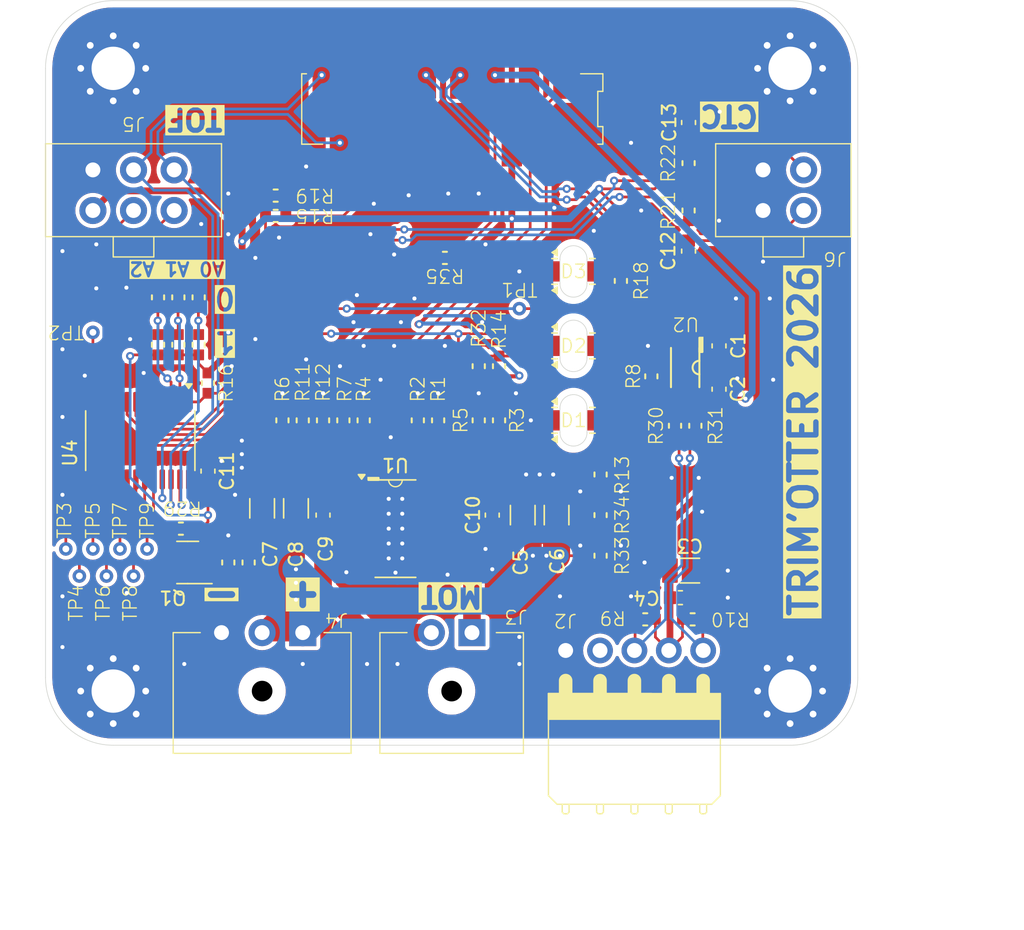
<source format=kicad_pcb>
(kicad_pcb (version 20241229) (generator "pcbnew") (generator_version "9.0")
  (layers (0 "F.Cu" signal) (2 "B.Cu" signal) (13 "F.Paste" user) (15 "B.Paste" user) (5 "F.SilkS" user "F.Silkscreen") (7 "B.SilkS" user "B.Silkscreen") (1 "F.Mask" user) (3 "B.Mask" user) (25 "Edge.Cuts" user))
  (net 0 "")
  (net 1 "GND")
  (net 2 "+3V3")
  (net 3 "P5V")
  (net 4 "VMOT")
  (net 5 "Net-(D1-PadA)")
  (net 6 "/pwm_3v3")
  (net 7 "/ctc_right_3v3")
  (net 8 "/encoder_B_3v3")
  (net 9 "/brake_mot_3v3")
  (net 10 "/ctc_left_3v3")
  (net 11 "/encoder_A_3v3")
  (net 12 "/dir_3v3")
  (net 13 "/nFAULT_3V3")
  (net 14 "Net-(D3-PadA)")
  (net 16 "/encoder_A_5v")
  (net 17 "/encoder_B_5v")
  (net 18 "Net-(U1-MODE)")
  (net 19 "Net-(U1-ITRIP)")
  (net 20 "Net-(U1-nSLEEP)")
  (net 21 "Net-(U1-SR)")
  (net 22 "Net-(U1-IPROPI)")
  (net 23 "Net-(U1-DIAG)")
  (net 24 "Net-(U2-DIR)")
  (net 25 "/mot_P")
  (net 26 "/mot_N")
  (net 27 "/sda_tof_3v3")
  (net 28 "Net-(D2-PadA)")
  (net 29 "/irq0_3v3")
  (net 30 "/irq1_3v3")
  (net 31 "/scl_tof_3v3")
  (net 32 "/enable_tof_3v3")
  (net 33 "/reset_tof_3v3")
  (net 34 "Net-(U4-~{INT})")
  (net 35 "Net-(U4-A2)")
  (net 36 "/led_com_3v3")
  (net 37 "Net-(U4-A1)")
  (net 38 "Net-(U4-A0)")
  (net 39 "Net-(U4-IO1_0)")
  (net 40 "Net-(U4-IO1_1)")
  (net 41 "Net-(U4-IO1_2)")
  (net 42 "Net-(U4-IO1_3)")
  (net 43 "Net-(U4-IO1_4)")
  (net 44 "Net-(U4-IO1_5)")
  (net 45 "Net-(U4-IO1_6)")
  (net 46 "/vmot_absent_3v3")
  (net 47 "Net-(Q1-G)")
  (net 48 "Net-(U2-B2)")
  (net 49 "Net-(U2-B1)")
  (net 50 "Net-(R13-Pad1)")
  (net 51 "Net-(R33-Pad2)")
  (net 52 "Net-(J1-brake_3v3)")
  (net 53 "Net-(U4-IO0_7)")
  (footprint "cocotter_diodes:24-21-1206_reverse_mount" (layer "F.Cu") (at 109 140.5)
    (property "Reference" "D2")
    (property "Value" "red, 1206")
    (fp_line (start -1 -0.9) (end -1 0.9) (stroke (width 0.05)) (layer "Edge.Cuts"))
    (fp_line (start 1 0.9) (end 1 -0.9) (stroke (width 0.05)) (layer "Edge.Cuts"))
    (fp_arc (start -1 -0.9) (mid 0 -1.9) (end 1 -0.9) (stroke (width 0.05)) (layer "Edge.Cuts"))
    (fp_arc (start 1 0.9) (mid 0 1.9) (end -1 0.9) (stroke (width 0.05)) (layer "Edge.Cuts"))
  )
  (footprint "cocotter_resistor:r0603_reflow" (layer "F.Cu") (at 111 150 90)
    (property "Reference" "R13")
    (property "Value" "3k3 1%")
  )
  (footprint "cocotter_capacitors:C_0603_1608Metric" (layer "F.Cu") (at 82 149.75 90)
    (property "Reference" "C11")
    (property "Value" "100nF 50V")
  )
  (footprint "cocotter_others:MountingHole_3.2mm_M3_Pad_Via" (layer "F.Cu") (at 125 166)
    (property "Reference" "H3" (hide yes))
    (property "Value" "MountingHole_Pad_M3")
  )
  (footprint "cocotter_capacitors:C_1206_3216Metric" (layer "F.Cu") (at 105.25 153 90)
    (property "Reference" "C5")
    (property "Value" "47µF 10V")
  )
  (footprint "cocotter_others:testpoint-THT-0.5mm" (layer "F.Cu") (at 72.5 157.5 -90)
    (property "Reference" "TP4")
    (property "Value" "TestPoint")
  )
  (footprint "cocotter_ic:VSSOP-8-DCU" (layer "F.Cu") (at 117.25 142.1 -90)
    (property "Reference" "U2")
    (property "Value" "SN74LVC2T45DCU")
  )
  (footprint "cocotter_capacitors:C_1206_3216Metric" (layer "F.Cu") (at 107.75 153 90)
    (property "Reference" "C6")
    (property "Value" "47µF 10V")
  )
  (footprint "cocotter_resistor:r0603_reflow" (layer "F.Cu") (at 78.31 136.915 90)
    (property "Reference" "R17" (hide yes))
    (property "Value" "0R")
  )
  (footprint "cocotter_resistor:r0603_reflow" (layer "F.Cu") (at 87 129.4 180)
    (property "Reference" "R19")
    (property "Value" "0R")
  )
  (footprint "cocotter_others:testpoint-THT-0.5mm" (layer "F.Cu") (at 75.5 155.5 -90)
    (property "Reference" "TP7")
    (property "Value" "TestPoint")
  )
  (footprint "cocotter_others:testpoint-THT-0.5mm" (layer "F.Cu") (at 77.5 155.5 -90)
    (property "Reference" "TP9")
    (property "Value" "TestPoint")
  )
  (footprint "cocotter_resistor:r0603_reflow" (layer "F.Cu") (at 99.5 134 180)
    (property "Reference" "R35")
    (property "Value" "0R")
  )
  (footprint "cocotter_resistor:r0603_reflow" (layer "F.Cu") (at 97.5 146 90)
    (property "Reference" "R2")
    (property "Value" "0R")
  )
  (footprint "cocotter_connectors:2-1445055-3" (layer "F.Cu") (at 86 161.68)
    (property "Reference" "J4")
    (property "Value" "2-1445055-3")
  )
  (footprint "cocotter_resistor:r0603_reflow" (layer "F.Cu") (at 80 154 180)
    (property "Reference" "R29")
    (property "Value" "100k")
  )
  (footprint "cocotter_diodes:24-21-1206_reverse_mount" (layer "F.Cu") (at 109 146)
    (property "Reference" "D1")
    (property "Value" "green, 1206")
    (fp_line (start -1 -0.9) (end -1 0.9) (stroke (width 0.05)) (layer "Edge.Cuts"))
    (fp_line (start 1 0.9) (end 1 -0.9) (stroke (width 0.05)) (layer "Edge.Cuts"))
    (fp_arc (start -1 -0.9) (mid 0 -1.9) (end 1 -0.9) (stroke (width 0.05)) (layer "Edge.Cuts"))
    (fp_arc (start 1 0.9) (mid 0 1.9) (end -1 0.9) (stroke (width 0.05)) (layer "Edge.Cuts"))
  )
  (footprint "cocotter_capacitors:C_0603_1608Metric" (layer "F.Cu") (at 119.75 143.7 90)
    (property "Reference" "C2")
    (property "Value" "100nF 50V")
  )
  (footprint "cocotter_capacitors:C_1206_3216Metric" (layer "F.Cu") (at 86 152.5 90)
    (property "Reference" "C7")
    (property "Value" "47µF 10V")
  )
  (footprint "cocotter_resistor:r0603_reflow" (layer "F.Cu") (at 102 146 90)
    (property "Reference" "R5")
    (property "Value" "1k3 1%")
  )
  (footprint "cocotter_others:testpoint-THT-0.5mm" (layer "F.Cu") (at 71.5 155.5 -90)
    (property "Reference" "TP3")
    (property "Value" "TestPoint")
  )
  (footprint "cocotter_resistor:r0603_reflow" (layer "F.Cu") (at 81.31 136.915 90)
    (property "Reference" "R26" (hide yes))
    (property "Value" "0R")
  )
  (footprint "cocotter_resistor:r0603_reflow" (layer "F.Cu") (at 85 156.5 -90)
    (property "Reference" "R27" (hide yes))
    (property "Value" "100k")
  )
  (footprint "cocotter_resistor:r0603_reflow" (layer "F.Cu") (at 93.5 146 90)
    (property "Reference" "R4")
    (property "Value" "0R")
  )
  (footprint "cocotter_resistor:r0603_reflow" (layer "F.Cu") (at 118 146.4 -90)
    (property "Reference" "R31")
    (property "Value" "0R")
  )
  (footprint "cocotter_resistor:r0603_reflow" (layer "F.Cu") (at 103.5 142 -90)
    (property "Reference" "R14")
    (property "Value" "1k 1%")
  )
  (footprint "cocotter_resistor:r0603_reflow" (layer "F.Cu") (at 112.5 135.7 90)
    (property "Reference" "R18")
    (property "Value" "1k 1%")
  )
  (footprint "cocotter_ic:HVSSOP-28-1EP_3x7mm_P0.5mm_EP1.65x5mm_ThermalVias" (layer "F.Cu") (at 95.85 154)
    (property "Reference" "U1")
    (property "Value" "DRV8243HQDGQRQ1")
  )
  (footprint "cocotter_resistor:r0603_reflow" (layer "F.Cu") (at 117.8 160.7)
    (property "Reference" "R10")
    (property "Value" "3k3 1%")
  )
  (footprint "cocotter_capacitors:C_0603_1608Metric" (layer "F.Cu") (at 117.5 133.5 -90)
    (property "Reference" "C12")
    (property "Value" "100nF 50V")
  )
  (footprint "cocotter_others:testpoint-THT-0.5mm" (layer "F.Cu") (at 73.5 139.5)
    (property "Reference" "TP2")
    (property "Value" "TestPoint")
  )
  (footprint "cocotter_capacitors:C_1206_3216Metric" (layer "F.Cu") (at 117.6 157.1)
    (property "Reference" "C3")
    (property "Value" "47µF 10V")
  )
  (footprint "cocotter_capacitors:C_0603_1608Metric" (layer "F.Cu") (at 90.5 153 90)
    (property "Reference" "C9")
    (property "Value" "100nF 50V")
  )
  (footprint "cocotter_others:MountingHole_3.2mm_M3_Pad_Via" (layer "F.Cu") (at 125 120)
    (property "Reference" "H4" (hide yes))
    (property "Value" "MountingHole_Pad_M3")
  )
  (footprint "cocotter_resistor:r0603_reflow" (layer "F.Cu") (at 111 156 90)
    (property "Reference" "R33")
    (property "Value" "3k3 1%")
  )
  (footprint "cocotter_others:testpoint-THT-0.5mm" (layer "F.Cu") (at 73.5 155.5 -90)
    (property "Reference" "TP5")
    (property "Value" "TestPoint")
  )
  (footprint "cocotter_capacitors:C_0603_1608Metric" (layer "F.Cu") (at 103 153 90)
    (property "Reference" "C10")
    (property "Value" "100nF 50V")
  )
  (footprint "cocotter_capacitors:C_0603_1608Metric" (layer "F.Cu") (at 119.75 140.5 -90)
    (property "Reference" "C1")
    (property "Value" "100nF 50V")
  )
  (footprint "cocotter_resistor:r0603_reflow" (layer "F.Cu") (at 92 146 90)
    (property "Reference" "R7")
    (property "Value" "0R")
  )
  (footprint "cocotter_resistor:r0603_reflow" (layer "F.Cu") (at 114.3 160.7 180)
    (property "Reference" "R9")
    (property "Value" "3k3 1%")
  )
  (footprint "cocotter_resistor:r0603_reflow" (layer "F.Cu") (at 116.5 146.4 -90)
    (property "Reference" "R30")
    (property "Value" "0R")
  )
  (footprint "cocotter_diodes:24-21-1206_reverse_mount" (layer "F.Cu") (at 109 135)
    (property "Reference" "D3")
    (property "Value" "green, 1206")
    (fp_line (start -1 -0.9) (end -1 0.9) (stroke (width 0.05)) (layer "Edge.Cuts"))
    (fp_line (start 1 0.9) (end 1 -0.9) (stroke (width 0.05)) (layer "Edge.Cuts"))
    (fp_arc (start -1 -0.9) (mid 0 -1.9) (end 1 -0.9) (stroke (width 0.05)) (layer "Edge.Cuts"))
    (fp_arc (start 1 0.9) (mid 0 1.9) (end -1 0.9) (stroke (width 0.05)) (layer "Edge.Cuts"))
  )
  (footprint "cocotter_resistor:r0603_reflow" (layer "F.Cu") (at 103.5 146 -90)
    (property "Reference" "R3")
    (property "Value" "0R")
  )
  (footprint "cocotter_connectors:3-794630-6" (layer "F.Cu") (at 76.5 129 180)
    (property "Reference" "J5")
    (property "Value" "3-794630-6")
  )
  (footprint "cocotter_resistor:r0603_reflow" (layer "F.Cu") (at 90.5 146 90)
    (property "Reference" "R12")
    (property "Value" "100k")
  )
  (footprint "cocotter_capacitors:C_0603_1608Metric" (layer "F.Cu") (at 117.5 124 90)
    (property "Reference" "C13")
    (property "Value" "100nF 50V")
  )
  (footprint "cocotter_transistors:SOT-23-3" (layer "F.Cu") (at 80.5 156.5 180)
    (property "Reference" "Q1")
    (property "Value" "2N7002")
  )
  (footprint "cocotter_resistor:r0603_reflow" (layer "F.Cu") (at 99 146 90)
    (property "Reference" "R1")
    (property "Value" "0R")
  )
  (footprint "cocotter_others:testpoint-THT-0.5mm" (layer "F.Cu") (at 105 137.75)
    (property "Reference" "TP1")
    (property "Value" "TestPoint")
  )
  (footprint "Package_SO:TSSOP-24_4.4x7.8mm_P0.65mm" (layer "F.Cu") (at 77 147.5 -90)
    (property "Reference" "U4")
    (property "Value" "PCA9535PW")
  )
  (footprint "cocotter_resistor:r0603_reflow" (layer "F.Cu") (at 117.5 130.5 -90)
    (property "Reference" "R21")
    (property "Value" "100k")
  )
  (footprint "cocotter_resistor:r0603_reflow" (layer "F.Cu") (at 117.5 127 90)
    (property "Reference" "R22")
    (property "Value" "100k")
  )
  (footprint "cocotter_resistor:r0603_reflow" (layer "F.Cu") (at 89 146 90)
    (property "Reference" "R11")
    (property "Value" "100k")
  )
  (footprint "cocotter_connectors:3-794630-4" (layer "F.Cu") (at 124.5 129 180)
    (property "Reference" "J6")
    (property "Value" "3-794630-4")
  )
  (footprint "cocotter_connectors:1-188275-6" (layer "F.Cu") (at 100 123)
    (property "Reference" "J1" (hide yes))
    (property "Value" "~")
  )
  (footprint "cocotter_others:testpoint-THT-0.5mm" (layer "F.Cu") (at 76.5 157.5 -90)
    (property "Reference" "TP8")
    (property "Value" "TestPoint")
  )
  (footprint "cocotter_resistor:r0603_reflow" (layer "F.Cu") (at 82 143.25 -90)
    (property "Reference" "R16")
    (property "Value" "100k")
  )
  (footprint "cocotter_resistor:r0603_reflow" (layer "F.Cu") (at 83.5 156.5 90)
    (property "Reference" "R28" (hide yes))
    (property "Value" "100k")
  )
  (footprint "cocotter_connectors:22053051" (layer "F.Cu") (at 113.5 163)
    (property "Reference" "J2")
    (property "Value" "22053051")
  )
  (footprint "cocotter_resistor:r0603_reflow" (layer "F.Cu") (at 79.81 136.915 90)
    (property "Reference" "R24" (hide yes))
    (property "Value" "0R")
  )
  (footprint "cocotter_resistor:r0603_reflow" (layer "F.Cu") (at 114.75 142.75 90)
    (property "Reference" "R8")
    (property "Value" "100k")
  )
  (footprint "cocotter_resistor:r0603_reflow" (layer "F.Cu") (at 102 142 -90)
    (property "Reference" "R32")
    (property "Value" "1k 1%")
  )
  (footprint "cocotter_others:MountingHole_3.2mm_M3_Pad_Via" (layer "F.Cu") (at 75 166)
    (property "Reference" "H2" (hide yes))
    (property "Value" "MountingHole_Pad_M3")
  )
  (footprint "cocotter_others:testpoint-THT-0.5mm" (layer "F.Cu") (at 74.5 157.5 -90)
    (property "Reference" "TP6")
    (property "Value" "TestPoint")
  )
  (footprint "cocotter_resistor:r0603_reflow" (layer "F.Cu") (at 81.31 140.415 90)
    (property "Reference" "R25" (hide yes))
    (property "Value" "100k")
  )
  (footprint "cocotter_resistor:r0603_reflow" (layer "F.Cu") (at 87 130.9 180)
    (property "Reference" "R15")
    (property "Value" "0R")
  )
  (footprint "cocotter_resistor:r0603_reflow" (layer "F.Cu") (at 87.5 146 90)
    (property "Reference" "R6")
    (property "Value" "100k")
  )
  (footprint "cocotter_resistor:r0603_reflow" (layer "F.Cu") (at 111 153 90)
    (property "Reference" "R34")
    (property "Value" "3k3 1%")
  )
  (footprint "cocotter_resistor:r0603_reflow" (layer "F.Cu") (at 79.81 140.415 90)
    (property "Reference" "R23" (hide yes))
    (property "Value" "100k")
  )
  (footprint "cocotter_others:MountingHole_3.2mm_M3_Pad_Via" (layer "F.Cu") (at 75 120)
    (property "Reference" "H1" (hide yes))
    (property "Value" "MountingHole_Pad_M3")
  )
  (footprint "cocotter_capacitors:C_1206_3216Metric" (layer "F.Cu") (at 88.5 152.5 90)
    (property "Reference" "C8")
    (property "Value" "47µF 10V")
  )
  (footprint "cocotter_connectors:2-1445055-2" (layer "F.Cu") (at 100 161.68)
    (property "Reference" "J3")
    (property "Value" "2-1445055-2")
  )
  (footprint "cocotter_resistor:r0603_reflow" (layer "F.Cu") (at 78.31 140.415 90)
    (property "Reference" "R20" (hide yes))
    (property "Value" "100k")
  )
  (footprint "cocotter_capacitors:C_0603_1608Metric" (layer "F.Cu") (at 116.9 159.1)
    (property "Reference" "C4")
    (property "Value" "100nF 50V")
  )
  (gr_arc (start 70 120) (mid 71.464466 116.464466) (end 75 115) (stroke (width 0.05)) (layer "Edge.Cuts"))
  (gr_line (start 125 170) (end 75 170) (stroke (width 0.05)) (layer "Edge.Cuts"))
  (gr_line (start 75 115) (end 125 115) (stroke (width 0.05)) (layer "Edge.Cuts"))
  (gr_line (start 70 165) (end 70 120) (stroke (width 0.05)) (layer "Edge.Cuts"))
  (gr_arc (start 130 165) (mid 128.535534 168.535534) (end 125 170) (stroke (width 0.05)) (layer "Edge.Cuts"))
  (gr_arc (start 75 170) (mid 71.464466 168.535534) (end 70 165) (stroke (width 0.05)) (layer "Edge.Cuts"))
  (gr_line (start 130 120) (end 130 165) (stroke (width 0.05)) (layer "Edge.Cuts"))
  (gr_arc (start 125 115) (mid 128.535534 116.464466) (end 130 120) (stroke (width 0.05)) (layer "Edge.Cuts"))
  (gr_text "TRIM'OTTER 2026" (at 126 147.5 90) (layer "F.SilkS" knockout) (effects (font (size 2 2) (thickness 0.4) (bold yes))))
  (gr_text "TOF" (at 81 123.75 180) (layer "F.SilkS" knockout) (effects (font (size 1.5 1.5) (thickness 0.375) (bold yes))))
  (gr_text "-" (at 83 159 180) (layer "F.SilkS" knockout) (effects (font (size 2 2) (thickness 0.5) (bold yes))))
  (gr_text "CTC" (at 120.5 123.5 180) (layer "F.SilkS" knockout) (effects (font (size 1.5 1.5) (thickness 0.375) (bold yes))))
  (gr_text "0" (at 83.25 137 180) (layer "F.SilkS" knockout) (effects (font (size 1.5 1.5) (thickness 0.3) (bold yes))))
  (gr_text "+" (at 89 159 180) (layer "F.SilkS" knockout) (effects (font (size 2 2) (thickness 0.5) (bold yes))))
  (gr_text "A0 A1 A2" (at 79.7 134.8 180) (layer "F.SilkS" knockout) (effects (font (size 1 1) (thickness 0.2) (bold yes))))
  (gr_text "MOT" (at 100 159 180) (layer "F.SilkS" knockout) (effects (font (size 1.5 1.5) (thickness 0.375) (bold yes))))
  (gr_text "1" (at 83.25 140.25 180) (layer "F.SilkS" knockout) (effects (font (size 1.5 1.5) (thickness 0.3) (bold yes))))
  (segment (start 108.5 128) (end 109.1 128) (width 0.2) (layer "F.Cu") (net 1))
  (segment (start 99 145.25) (end 99 144) (width 0.2) (layer "F.Cu") (net 1))
  (segment (start 107.4 146) (end 105.85 146) (width 0.2) (layer "F.Cu") (net 1))
  (segment (start 90.25 152.225) (end 89.025 151) (width 1.3) (layer "F.Cu") (net 1))
  (segment (start 73.425 147.025) (end 75.375 148.975) (width 0.2) (layer "F.Cu") (net 1))
  (segment (start 109.525 125.5) (end 111.7 125.5) (width 0.2) (layer "F.Cu") (net 1))
  (segment (start 107.5 150) (end 107.58 150.08) (width 0.2) (layer "F.Cu") (net 1))
  (segment (start 107 134.75) (end 107 132.833591) (width 0.2) (layer "F.Cu") (net 1))
  (segment (start 92 145.25) (end 93.5 145.25) (width 0.2) (layer "F.Cu") (net 1))
  (segment (start 97.5 145.25) (end 97.5 144) (width 0.2) (layer "F.Cu") (net 1))
  (segment (start 81.6375 155.55) (end 83.3 155.55) (width 0.2) (layer "F.Cu") (net 1))
  (segment (start 117.675 159.1) (end 120.4 159.1) (width 0.3) (layer "F.Cu") (net 1))
  (segment (start 121.075 142.925) (end 121.1 142.9) (width 0.2) (layer "F.Cu") (net 1))
  (segment (start 119.775 123.225) (end 119.8 123.2) (width 0.2) (layer "F.Cu") (net 1))
  (segment (start 105.5 151.275) (end 105.25 151.525) (width 1.3) (layer "F.Cu") (net 1))
  (segment (start 117.5 134.275) (end 123 134.275) (width 0.2) (layer "F.Cu") (net 1))
  (segment (start 103.5 151.5) (end 103.525 151.525) (width 1.3) (layer "F.Cu") (net 1))
  (segment (start 119.85 142.9) (end 119.85 142.925) (width 0.2) (layer "F.Cu") (net 1))
  (segment (start 103.525 151.525) (end 107.75 151.525) (width 1.3) (layer "F.Cu") (net 1))
  (segment (start 117.2 120) (end 125 120) (width 0.2) (layer "F.Cu") (net 1))
  (segment (start 119.75 142.925) (end 121.075 142.925) (width 0.2) (layer "F.Cu") (net 1))
  (segment (start 76.01 136.165) (end 75.975 136.2) (width 0.2) (layer "F.Cu") (net 1))
  (segment (start 107.585 128.915) (end 108.5 128) (width 0.2) (layer "F.Cu") (net 1))
  (segment (start 107.25 149.75) (end 107.5 150) (width 0.2) (layer "F.Cu") (net 1))
  (segment (start 107.25 135) (end 107 134.75) (width 0.2) (layer "F.Cu") (net 1))
  (segment (start 92.692506 156.75) (end 93.65 156.75) (width 1.3) (layer "F.Cu") (net 1))
  (segment (start 92.221253 157.221253) (end 92.692506 156.75) (width 1.3) (layer "F.Cu") (net 1))
  (segment (start 84.375 149.625) (end 84.375 147.625) (width 1.3) (layer "F.Cu") (net 1))
  (segment (start 94.8 156.75) (end 93.65 156.75) (width 1) (layer "F.Cu") (net 1))
  (segment (start 107.4 135) (end 107.25 135) (width 0.2) (layer "F.Cu") (net 1))
  (segment (start 89.025 151) (end 85.75 151) (width 1.3) (layer "F.Cu") (net 1))
  (segment (start 105.5 150) (end 105.5 151.275) (width 1.3) (layer "F.Cu") (net 1))
  (segment (start 73.425 143.225) (end 72.9 142.7) (width 0.2) (layer "F.Cu") (net 1))
  (segment (start 116.721295 141.375) (end 119.65 141.375) (width 0.2) (layer "F.Cu") (net 1))
  (segment (start 99.05 156.75) (end 98.05 156.75) (width 1.3) (layer "F.Cu") (net 1))
  (segment (start 82 148.975) (end 82.975 148.975) (width 0.2) (layer "F.Cu") (net 1))
  (segment (start 103 152) (end 103.5 151.5) (width 1.3) (layer "F.Cu") (net 1))
  (segment (start 75.375 148.975) (end 82 148.975) (width 0.2) (layer "F.Cu") (net 1))
  (segment (start 116.5 140.55) (end 116.5 141.153705) (width 0.2) (layer "F.Cu") (net 1))
  (segment (start 109.1 128) (end 109.525 127.575) (width 0.2) (layer "F.Cu") (net 1))
  (segment (start 90.5 145.25) (end 90.5 144) (width 0.2) (layer "F.Cu") (net 1))
  (segment (start 73.425 144.6375) (end 73.425 143.225) (width 0.2) (layer "F.Cu") (net 1))
  (segment (start 99.7 157.4) (end 99.05 156.75) (width 1.3) (layer "F.Cu") (net 1))
  (segment (start 82.975 148.975) (end 83 149) (width 0.2) (layer "F.Cu") (net 1))
  (segment (start 119.65 141.375) (end 119.75 141.275) (width 0.2) (layer "F.Cu") (net 1))
  (segment (start 95.35 156.2) (end 94.8 156.75) (width 1) (layer "F.Cu") (net 1))
  (segment (start 96.825 125.5) (end 101.905 125.5) (width 0.2) (layer "F.Cu") (net 1))
  (segment (start 107.5 150) (end 105.5 150) (width 1.3) (layer "F.Cu") (net 1))
  (segment (start 96.35 156.2) (end 96.9 156.75) (width 1) (layer "F.Cu") (net 1))
  (segment (start 109.525 127.575) (end 109.525 125.5) (width 0.2) (layer "F.Cu") (net 1))
  (segment (start 84.375 147.625) (end 84.5 147.5) (width 1.3) (layer "F.Cu") (net 1))
  (segment (start 111.7 125.5) (end 117.2 120) (width 0.2) (layer "F.Cu") (net 1))
  (segment (start 119.075 157.1) (end 120.4 157.1) (width 0.3) (layer "F.Cu") (net 1))
  (segment (start 117.5 123.225) (end 119.775 123.225) (width 0.2) (layer "F.Cu") (net 1))
  (segment (start 73.425 144.6375) (end 73.425 147.025) (width 0.2) (layer "F.Cu") (net 1))
  (segment (start 87.5 145.25) (end 87.5 144) (width 0.2) (layer "F.Cu") (net 1))
  (segment (start 89 145.25) (end 90.5 145.25) (width 0.2) (layer "F.Cu") (net 1))
  (segment (start 93.5 145.25) (end 93.5 144) (width 0.2) (layer "F.Cu") (net 1))
  (segment (start 96.825 125.5) (end 96.825 129.375) (width 0.2) (layer "F.Cu") (net 1))
  (segment (start 103 152.225) (end 103 152) (width 1.3) (layer "F.Cu") (net 1))
  (segment (start 85.75 151) (end 84.375 149.625) (width 1.3) (layer "F.Cu") (net 1))
  (segment (start 107.75 151.525) (end 107.75 150.25) (width 1.3) (layer "F.Cu") (net 1))
  (segment (start 107.585 132.248591) (end 107 132.833591) (width 0.2) (layer "F.Cu") (net 1))
  (segment (start 107.75 150.25) (end 107.5 150) (width 1.3) (layer "F.Cu") (net 1))
  (segment (start 96.9 156.75) (end 98.05 156.75) (width 1) (layer "F.Cu") (net 1))
  (segment (start 107.585 130.3) (end 107.585 132.248591) (width 0.2) (layer "F.Cu") (net 1))
  (segment (start 81.31 136.165) (end 76.01 136.165) (width 0.2) (layer "F.Cu") (net 1))
  (segment (start 83.3 155.55) (end 83.5 155.75) (width 0.2) (layer "F.Cu") (net 1))
  (segment (start 116.5 141.153705) (end 116.721295 141.375) (width 0.2) (layer "F.Cu") (net 1))
  (segment (start 107.585 130.3) (end 107.585 128.915) (width 0.2) (layer "F.Cu") (net 1))
  (segment (start 96.7 129.5) (end 96.825 129.375) (width 0.2) (layer "F.Cu") (net 1))
  (segment (start 119.75 141.275) (end 119.75 142.925) (width 0.2) (layer "F.Cu") (net 1))
  (segment (start 102 145.25) (end 102 144) (width 0.2) (layer "F.Cu") (net 1))
  (segment (start 123 127.5) (end 123 130.5) (width 0.3) (layer "F.Cu") (net 1))
  (via (at 97.5 144) (size 0.6) (drill 0.3) (layers "F.Cu" "B.Cu") (net 1))
  (via (at 123.5 137) (size 0.6) (drill 0.3) (layers "F.Cu" "B.Cu") (net 1))
  (via (at 92.75 138.75) (size 0.6) (drill 0.3) (layers "F.Cu" "B.Cu") (net 1))
  (via (at 95.75 140.5) (size 0.6) (drill 0.3) (layers "F.Cu" "B.Cu") (net 1))
  (via (at 76 158.75) (size 0.6) (drill 0.3) (layers "F.Cu" "B.Cu") (net 1))
  (via (at 72.9 142.7) (size 0.6) (drill 0.3) (layers "F.Cu" "B.Cu") (net 1))
  (via (at 113.25 125.5) (size 0.6) (drill 0.3) (layers "F.Cu" "B.Cu") (net 1))
  (via (at 121 137) (size 0.6) (drill 0.3) (layers "F.Cu" "B.Cu") (net 1))
  (via (at 118.25 150.25) (size 0.6) (drill 0.3) (layers "F.Cu" "B.Cu") (net 1))
  (via (at 99.75 129.25) (size 0.6) (drill 0.3) (layers "F.Cu" "B.Cu") (net 1))
  (via (at 71.25 133.5) (size 0.6) (drill 0.3) (layers "F.Cu" "B.Cu") (net 1))
  (via (at 123 134.275) (size 0.6) (drill 0.3) (layers "F.Cu" "B.Cu") (net 1))
  (via (at 71.25 159) (size 0.6) (drill 0.3) (layers "F.Cu" "B.Cu") (net 1))
  (via (at 105 164) (size 0.6) (drill 0.3) (layers "F.Cu" "B.Cu") (net 1))
  (via (at 105.85 146) (size 0.6) (drill 0.3) (layers "F.Cu" "B.Cu") (net 1))
  (via (at 84.5 147.5) (size 0.6) (drill 0.3) (layers "F.Cu" "B.Cu") (net 1))
  (via (at 106.5 150) (size 0.6) (drill 0.3) (layers "F.Cu" "B.Cu") (net 1))
  (via (at 94 132.25) (size 0.6) (drill 0.3) (layers "F.Cu" "B.Cu") (net 1))
  (via (at 73.75 136.25) (size 0.6) (drill 0.3) (layers "F.Cu" "B.Cu") (net 1))
  (via (at 119.8 123.2) (size 0.6) (drill 0.3) (layers "F.Cu" "B.Cu") (net 1))
  (via (at 73.75 133) (size 0.6) (drill 0.3) (layers "F.Cu" "B.Cu") (net 1))
  (via (at 102 129.25) (size 0.6) (drill 0.3) (layers "F.Cu" "B.Cu") (net 1))
  (via (at 77.25 142.5) (size 0.6) (drill 0.3) (layers "F.Cu" "B.Cu") (net 1))
  (via (at 102.25 138.75) (size 0.6) (drill 0.3) (layers "F.Cu" "B.Cu") (net 1))
  (via (at 114.5 140.5) (size 0.6) (drill 0.3) (layers "F.Cu" "B.Cu") (net 1))
  (via (at 108 159) (size 0.6) (drill 0.3) (layers "F.Cu" "B.Cu") (net 1))
  (via (at 89 164) (size 0.6) (drill 0.3) (layers "F.Cu" "B.Cu") (net 1))
  (via (at 120.4 157.1) (size 0.6) (drill 0.3) (layers "F.Cu" "B.Cu") (net 1))
  (via (at 96 164) (size 0.6) (drill 0.3) (layers "F.Cu" "B.Cu") (net 1))
  (via (at 110.5 132) (size 0.6) (drill 0.3) (layers "F.Cu" "B.Cu") (net 1))
  (via (at 89.25 127.25) (size 0.6) (drill 0.3) (layers "F.Cu" "B.Cu") (net 1))
  (via (at 95.75 133.75) (size 0.6) (drill 0.3) (layers "F.Cu" "B.Cu") (net 1))
  (via (at 102 144) (size 0.6) (drill 0.3) (layers "F.Cu" "B.Cu") (net 1))
  (via (at 85.5 140) (size 0.6) (drill 0.3) (layers "F.Cu" "B.Cu") (net 1))
  (via (at 90.5 144) (size 0.6) (drill 0.3) (layers "F.Cu" "B.Cu") (net 1))
  (via (at 93 136.75) (size 0.6) (drill 0.3) (layers "F.Cu" "B.Cu") (net 1))
  (via (at 71.25 145.75) (size 0.6) (drill 0.3) (layers "F.Cu" "B.Cu") (net 1))
  (via (at 107.585 130.3) (size 0.6) (drill 0.3) (layers "F.Cu" "B.Cu") (net 1))
  (via (at 116.25 150.25) (size 0.6) (drill 0.3) (layers "F.Cu" "B.Cu") (net 1))
  (via (at 87.25 132.5) (size 0.6) (drill 0.3) (layers "F.Cu" "B.Cu") (net 1))
  (via (at 84 151.5) (size 0.6) (drill 0.3) (layers "F.Cu" "B.Cu") (net 1))
  (via (at 94.75 143) (size 0.6) (drill 0.3) (layers "F.Cu" "B.Cu") (net 1))
  (via (at 95.85 157.25) (size 0.6) (drill 0.3) (layers "F.Cu" "B.Cu") (net 1))
  (via (at 71.25 162.75) (size 0.6) (drill 0.3) (layers "F.Cu" "B.Cu") (net 1))
  (via (at 94.25 130) (size 0.6) (drill 0.3) (layers "F.Cu" "B.Cu") (net 1))
  (via (at 118.5 152.75) (size 0.6) (drill 0.3) (layers "F.Cu" "B.Cu") (net 1))
  (via (at 96.25 138.75) (size 0.6) (drill 0.3) (layers "F.Cu" "B.Cu") (net 1))
  (via (at 102.5 133) (size 0.6) (drill 0.3) (layers "F.Cu" "B.Cu") (net 1))
  (via (at 71.25 140.75) (size 0.6) (drill 0.3) (layers "F.Cu" "B.Cu") (net 1))
  (via (at 121.1 142.9) (size 0.6) (drill 0.3) (layers "F.Cu" "B.Cu") (net 1))
  (via (at 102.5 155.5) (size 0.6) (drill 0.3) (layers "F.Cu" "B.Cu") (net 1))
  (via (at 92.221253 157.221253) (size 0.6) (drill 0.3) (layers "F.Cu" "B.Cu") (net 1))
  (via (at 112.5 151.25) (size 0.6) (drill 0.3) (layers "F.Cu" "B.Cu") (net 1))
  (via (at 76.25 140) (size 0.6) (drill 0.3) (layers "F.Cu" "B.Cu") (net 1))
  (via (at 91.75 142) (size 0.6) (drill 0.3) (layers "F.Cu" "B.Cu") (net 1))
  (via (at 119.75 131.25) (size 0.6) (drill 0.3) (layers "F.Cu" "B.Cu") (net 1))
  (via (at 104.75 144) (size 0.6) (drill 0.3) (layers "F.Cu" "B.Cu") (net 1))
  (via (at 105 135) (size 0.6) (drill 0.3) (layers "F.Cu" "B.Cu") (net 1))
  (via (at 113.25 159) (size 0.6) (drill 0.3) (layers "F.Cu" "B.Cu") (net 1))
  (via (at 109.5 151.25) (size 0.6) (drill 0.3) (layers "F.Cu" "B.Cu") (net 1))
  (via (at 93.5 144) (size 0.6) (drill 0.3) (layers "F.Cu" "B.Cu") (net 1))
  (via (at 99.7 157.4) (size 0.6) (drill 0.3) (layers "F.Cu" "B.Cu") (net 1))
  (via (at 71.25 151.5) (size 0.6) (drill 0.3) (layers "F.Cu" "B.Cu") (net 1))
  (via (at 114 130.5) (size 0.6) (drill 0.3) (layers "F.Cu" "B.Cu") (net 1))
  (via (at 120.4 159.1) (size 0.6) (drill 0.3) (layers "F.Cu" "B.Cu") (net 1))
  (via (at 85.5 134) (size 0.6) (drill 0.3) (layers "F.Cu" "B.Cu") (net 1))
  (via (at 81.5 131.5) (size 0.6) (drill 0.3) (layers "F.Cu" "B.Cu") (net 1))
  (via (at 84.5 149.5) (size 0.6) (drill 0.3) (layers "F.Cu" "B.Cu") (net 1))
  (via (at 97.25 137) (size 0.6) (drill 0.3) (layers "F.Cu" "B.Cu") (net 1))
  (via (at 83.5 132.25) (size 0.6) (drill 0.3) (layers "F.Cu" "B.Cu") (net 1))
  (via (at 107.5 150) (size 0.6) (drill 0.3) (layers "F.Cu" "B.Cu") (net 1))
  (via (at 83.75 142) (size 0.6) (drill 0.3) (layers "F.Cu" "B.Cu") (net 1))
  (via (at 105.5 150) (size 0.6) (drill 0.3) (layers "F.Cu" "B.Cu") (net 1))
  (via (at 114.25 156.5) (size 0.6) (drill 0.3) (layers "F.Cu" "B.Cu") (net 1))
  (via (at 89.25 141.5) (size 0.6) (drill 0.3) (layers "F.Cu" "B.Cu") (net 1))
  (via (at 80.25 164) (size 0.6) (drill 0.3) (layers "F.Cu" "B.Cu") (net 1))
  (via (at 99 144) (size 0.6) (drill 0.3) (layers "F.Cu" "B.Cu") (net 1))
  (via (at 123.75 143) (size 0.6) (drill 0.3) (layers "F.Cu" "B.Cu") (net 1))
  (via (at 75.975 136.2) (size 0.6) (drill 0.3) (layers "F.Cu" "B.Cu") (net 1))
  (via (at 83.5 129.25) (size 0.6) (drill 0.3) (layers "F.Cu" "B.Cu") (net 1))
  (via (at 109.5 155.25) (size 0.6) (drill 0.3) (layers "F.Cu" "B.Cu") (net 1))
  (via (at 83.5 139.5) (size 0.6) (drill 0.3) (layers "F.Cu" "B.Cu") (net 1))
  (via (at 83 149) (size 0.6) (drill 0.3) (layers "F.Cu" "B.Cu") (net 1))
  (via (at 93.75 164) (size 0.6) (drill 0.3) (layers "F.Cu" "B.Cu") (net 1))
  (via (at 112.5 155.25) (size 0.6) (drill 0.3) (layers "F.Cu" "B.Cu") (net 1))
  (via (at 103 157) (size 0.6) (drill 0.3) (layers "F.Cu" "B.Cu") (net 1))
  (via (at 87.5 144) (size 0.6) (drill 0.3) (layers "F.Cu" "B.Cu") (net 1))
  (via (at 99.5 140.5) (size 0.6) (drill 0.3) (layers "F.Cu" "B.Cu") (net 1))
  (via (at 84.5 148.5) (size 0.6) (drill 0.3) (layers "F.Cu" "B.Cu") (net 1))
  (via (at 83.5 154.5) (size 0.6) (drill 0.3) (layers "F.Cu" "B.Cu") (net 1))
  (via (at 96.825 129.375) (size 0.6) (drill 0.3) (layers "F.Cu" "B.Cu") (net 1))
  (via (at 93.5 140.5) (size 0.6) (drill 0.3) (layers "F.Cu" "B.Cu") (net 1))
  (via (at 95.5 147.25) (size 0.6) (drill 0.3) (layers "F.Cu" "B.Cu") (net 1))
  (via (at 105 162) (size 0.6) (drill 0.3) (layers "F.Cu" "B.Cu") (net 1))
  (segment (start 121.4 116.4) (end 78.6 116.4) (width 1) (layer "B.Cu") (net 1))
  (segment (start 120.4 157.1) (end 120.4 161.4) (width 0.3) (layer "B.Cu") (net 1))
  (segment (start 95.85 157.25) (end 95.85 157.344089) (width 1) (layer "B.Cu") (net 1))
  (segment (start 117.15 168.25) (end 119.4 166) (width 1) (layer "B.Cu") (net 1))
  (segment (start 104 146) (end 102 144) (width 0.2) (layer "B.Cu") (net 1))
  (segment (start 92.494089 157.494089) (end 92.221253 157.221253) (width 1.3) (layer "B.Cu") (net 1))
  (segment (start 75 166) (end 80.7 166) (width 1) (layer "B.Cu") (net 1))
  (segment (start 125 125.5) (end 125 122.4) (width 0.3) (layer "B.Cu") (net 1))
  (segment (start 123 127.5) (end 125 125.5) (width 0.3) (layer "B.Cu") (net 1))
  (segment (start 85.6 159.08) (end 83 161.68) (width 1.3) (layer "B.Cu") (net 1))
  (segment (start 95.85 157.344089) (end 96 157.494089) (width 1) (layer "B.Cu") (net 1))
  (segment (start 108.42 168.22) (end 108.5 168.3) (width 1) (layer "B.Cu") (net 1))
  (segment (start 80.7 166) (end 82.95 168.25) (width 1) (layer "B.Cu") (net 1))
  (segment (start 93.5 144) (end 102 144) (width 0.2) (layer "B.Cu") (net 1))
  (segment (start 93.5 144) (end 93.5 148.5) (width 0.2) (layer "B.Cu") (net 1))
  (segment (start 125 154.785786) (end 128.4 151.385786) (width 1) (layer "B.Cu") (net 1))
  (segment (start 105.85 146) (end 104 146) (width 0.2) (layer "B.Cu") (net 1))
  (segment (start 74.3 141.3) (end 74.3 137.8) (width 0.2) (layer "B.Cu") (net 1))
  (segment (start 85.25 150.25) (end 84.5 149.5) (width 1.3) (layer "B.Cu") (net 1))
  (segment (start 107.5 150) (end 105.5 150) (width 1.3) (layer "B.Cu") (net 1))
  (segment (start 78.6 116.4) (end 75 120) (width 1) (layer "B.Cu") (net 1))
  (segment (start 105.5 150) (end 104 148.5) (width 1.3) (layer "B.Cu") (net 1))
  (segment (start 93.5 144) (end 87.5 144) (width 0.2) (layer "B.Cu") (net 1))
  (segment (start 92.221253 157.221253) (end 85.25 150.25) (width 1.3) (layer "B.Cu") (net 1))
  (segment (start 97.75 130.3) (end 96.825 129.375) (width 0.2) (layer "B.Cu") (net 1))
  (segment (start 123 120) (end 119.8 123.2) (width 1) (layer "B.Cu") (net 1))
  (segment (start 125 166) (end 119.4 166) (width 1) (layer "B.Cu") (net 1))
  (segment (start 106.2 168.3) (end 108.5 168.3) (width 1) (layer "B.Cu") (net 1))
  (segment (start 104.6 168.25) (end 106.15 168.25) (width 1) (layer "B.Cu") (net 1))
  (segment (start 95.85 148.55) (end 95.9 148.5) (width 1) (layer "B.Cu") (net 1))
  (segment (start 82.95 168.25) (end 104.6 168.25) (width 1) (layer "B.Cu") (net 1))
  (segment (start 75.975 135.275) (end 75.975 136.2) (width 0.2) (layer "B.Cu") (net 1))
  (segment (start 107.585 130.3) (end 97.75 130.3) (width 0.2) (layer "B.Cu") (net 1))
  (segment (start 95.85 154) (end 95.85 157.25) (width 1) (layer "B.Cu") (net 1))
  (segment (start 104 148.5) (end 95.9 148.5) (width 1.3) (layer "B.Cu") (net 1))
  (segment (start 75 129) (end 75 134.3) (width 0.2) (layer "B.Cu") (net 1))
  (segment (start 83.5 154.5) (end 84.8 154.5) (width 0.2) (layer "B.Cu") (net 1))
  (segment (start 104.6 168.25) (end 117.15 168.25) (width 1) (layer "B.Cu") (net 1))
  (segment (start 85.6 155.3) (end 85.6 159.08) (width 1.3) (layer "B.Cu") (net 1))
  (segment (start 96 157.494089) (end 92.494089 157.494089) (width 1.3) (layer "B.Cu") (net 1))
  (segment (start 128.4 151.385786) (end 128.4 123.4) (width 1) (layer "B.Cu") (net 1))
  (segment (start 95.85 154) (end 95.85 148.55) (width 1) (layer "B.Cu") (net 1))
  (segment (start 72.9 142.7) (end 74.3 141.3) (width 0.2) (layer "B.Cu") (net 1))
  (segment (start 119.4 166) (end 117.1 168.3) (width 1) (layer "B.Cu") (net 1))
  (segment (start 84.8 154.5) (end 85.6 155.3) (width 0.2) (layer "B.Cu") (net 1))
  (segment (start 120.4 161.4) (end 125 166) (width 0.3) (layer "B.Cu") (net 1))
  (segment (start 123 134.275) (end 123 130.5) (width 0.2) (layer "B.Cu") (net 1))
  (segment (start 75 134.3) (end 75.975 135.275) (width 0.2) (layer "B.Cu") (net 1))
  (segment (start 99.7 157.4) (end 99.605911 157.494089) (width 1.3) (layer "B.Cu") (net 1))
  (segment (start 85.6 150.6) (end 85.6 155.3) (width 1.3) (layer "B.Cu") (net 1))
  (segment (start 108.42 163) (end 108.42 168.22) (width 1) (layer "B.Cu") (net 1))
  (segment (start 73.5 127.5) (end 75 129) (width 0.2) (layer "B.Cu") (net 1))
  (segment (start 75.9 136.2) (end 75.975 136.2) (width 0.2) (layer "B.Cu") (net 1))
  (segment (start 74.3 137.8) (end 75.9 136.2) (width 0.2) (layer "B.Cu") (net 1))
  (segment (start 79.32 161.68) (end 75 166) (width 1.3) (layer "B.Cu") (net 1))
  (segment (start 108.5 168.3) (end 117.1 168.3) (width 1) (layer "B.Cu") (net 1))
  (segment (start 128.4 123.4) (end 125 120) (width 1) (layer "B.Cu") (net 1))
  (segment (start 106.15 168.25) (end 106.2 168.3) (width 1) (layer "B.Cu") (net 1))
  (segment (start 83 161.68) (end 79.32 161.68) (width 1.3) (layer "B.Cu") (net 1))
  (segment (start 93.5 148.5) (end 84.5 148.5) (width 1.3) (layer "B.Cu") (net 1))
  (segment (start 84.5 149.5) (end 84.5 147.5) (width 1.3) (layer "B.Cu") (net 1))
  (segment (start 99.605911 157.494089) (end 96 157.494089) (width 1.3) (layer "B.Cu") (net 1))
  (segment (start 125 120) (end 123 120) (width 1) (layer "B.Cu") (net 1))
  (segment (start 83.5 157.5) (end 75 166) (width 0.2) (layer "B.Cu") (net 1))
  (segment (start 85.25 150.25) (end 85.6 150.6) (width 1.3) (layer "B.Cu") (net 1))
  (segment (start 125 120) (end 121.4 116.4) (width 1) (layer "B.Cu") (net 1))
  (segment (start 95.9 148.5) (end 93.5 148.5) (width 1.3) (layer "B.Cu") (net 1))
  (segment (start 125 166) (end 125 154.785786) (width 1) (layer "B.Cu") (net 1))
  (segment (start 83.5 154.5) (end 83.5 157.5) (width 0.2) (layer "B.Cu") (net 1))
  (segment (start 84.525 132.775) (end 84.525 139.975) (width 0.5) (layer "F.Cu") (net 2))
  (segment (start 84.525 139.975) (end 82 142.5) (width 0.5) (layer "F.Cu") (net 2))
  (segment (start 116.15 127.75) (end 115 128.9) (width 0.2) (layer "F.Cu") (net 2))
  (segment (start 82 153) (end 82 153.5) (width 0.2) (layer "F.Cu") (net 2))
  (segment (start 97.6 138.9) (end 97.5 138.9) (width 0.5) (layer "F.Cu") (net 2))
  (segment (start 81.31 141.81) (end 82 142.5) (width 0.2) (layer "F.Cu") (net 2))
  (segment (start 81.5 154) (end 80.75 154) (width 0.2) (layer "F.Cu") (net 2))
  (segment (start 81.8375 150.3625) (end 82 150.525) (width 0.2) (layer "F.Cu") (net 2))
  (segment (start 84.525 132.775) (end 84.525 131.825) (width 0.5) (layer "F.Cu") (net 2))
  (segment (start 82 150.525) (end 82 153) (width 0.2) (layer "F.Cu") (net 2))
  (segment (start 81.31 141.165) (end 81.31 141.81) (width 0.2) (layer "F.Cu") (net 2))
  (segment (start 117.5 127.75) (end 116.15 127.75) (width 0.2) (layer "F.Cu") (net 2))
  (segment (start 118.275 139.725) (end 117.95 140.05) (width 0.2) (layer "F.Cu") (net 2))
  (segment (start 119.75 139.725) (end 118.275 139.725) (width 0.2) (layer "F.Cu") (net 2))
  (segment (start 117.95 140.5) (end 118 140.55) (width 0.2) (layer "F.Cu") (net 2))
  (segment (start 104.95 142.75) (end 103.5 142.75) (width 0.3) (layer "F.Cu") (net 2))
  (segment (start 119.775 139.75) (end 119.85 139.825) (width 0.2) (layer "F.Cu") (net 2))
  (segment (start 76.25 141.25) (end 76.335 141.165) (width 0.2) (layer "F.Cu") (net 2))
  (segment (start 117.95 140.05) (end 117.95 140.5) (width 0.2) (layer "F.Cu") (net 2))
  (segment (start 118.275 139.725) (end 118.1 139.9) (width 0.2) (layer "F.Cu") (net 2))
  (segment (start 117.45 129.8) (end 117.5 129.75) (width 0.2) (layer "F.Cu") (net 2))
  (segment (start 78.31 141.165) (end 81.31 141.165) (width 0.2) (layer "F.Cu") (net 2))
  (segment (start 74.95 129.05) (end 73.5 130.5) (width 0.5) (layer "F.Cu") (net 2))
  (segment (start 110.9 128.99915) (end 119.75 137.84915) (width 0.2) (layer "F.Cu") (net 2))
  (segment (start 84.525 131.825) (end 81.75 129.05) (width 0.5) (layer "F.Cu") (net 2))
  (segment (start 119.75 137.84915) (end 119.75 139.725) (width 0.2) (layer "F.Cu") (net 2))
  (segment (start 118.1 139.9) (end 118.25 139.75) (width 0.2) (layer "F.Cu") (net 2))
  (segment (start 110.9 128.9) (end 110.9 128.99915) (width 0.2) (layer "F.Cu") (net 2))
  (segment (start 104.445 132.055) (end 97.6 138.9) (width 0.3) (layer "F.Cu") (net 2))
  (segment (start 80.575 150.3625) (end 81.8375 150.3625) (width 0.2) (layer "F.Cu") (net 2))
  (segment (start 105 142.7) (end 104.95 142.75) (width 0.2) (layer "F.Cu") (net 2))
  (segment (start 118 140) (end 118.1 139.9) (width 0.2) (layer "F.Cu") (net 2))
  (segment (start 104.445 131.1) (end 104.445 132.055) (width 0.3) (layer "F.Cu") (net 2))
  (segment (start 103.5 145.25) (end 103.5 142.75) (width 0.3) (layer "F.Cu") (net 2))
  (segment (start 76.335 141.165) (end 78.31 141.165) (width 0.2) (layer "F.Cu") (net 2))
  (segment (start 81.75 129.05) (end 74.95 129.05) (width 0.5) (layer "F.Cu") (net 2))
  (segment (start 104.445 131.1) (end 104.445 125.5) (width 0.5) (layer "F.Cu") (net 2))
  (segment (start 115 128.9) (end 110.9 128.9) (width 0.2) (layer "F.Cu") (net 2))
  (segment (start 82 153.5) (end 81.5 154) (width 0.2) (layer "F.Cu") (net 2))
  (segment (start 118 140.55) (end 118 140) (width 0.2) (layer "F.Cu") (net 2))
  (segment (start 102 142.75) (end 103.5 142.75) (width 0.3) (layer "F.Cu") (net 2))
  (segment (start 117.5 127.75) (end 117.5 129.75) (width 0.2) (layer "F.Cu") (net 2))
  (via (at 97.6 138.9) (size 0.6) (drill 0.3) (layers "F.Cu" "B.Cu") (net 2))
  (via (at 105 142.7) (size 0.6) (drill 0.3) (layers "F.Cu" "B.Cu") (net 2))
  (via (at 84.525 132.775) (size 0.6) (drill 0.3) (layers "F.Cu" "B.Cu") (net 2))
  (via (at 104.445 131.1) (size 0.6) (drill 0.3) (layers "F.Cu" "B.Cu") (net 2))
  (via (at 82 153) (size 0.6) (drill 0.3) (layers "F.Cu" "B.Cu") (net 2))
  (via (at 110.9 128.9) (size 0.6) (drill 0.3) (layers "F.Cu" "B.Cu") (net 2))
  (via (at 76.25 141.25) (size 0.6) (drill 0.3) (layers "F.Cu" "B.Cu") (net 2))
  (segment (start 86.2 131.1) (end 104.445 131.1) (width 0.5) (layer "B.Cu") (net 2))
  (segment (start 84.525 132.775) (end 86.2 131.1) (width 0.5) (layer "B.Cu") (net 2))
  (segment (start 97.65 138.85) (end 97.6 138.9) (width 0.5) (layer "B.Cu") (net 2))
  (segment (start 105 142.7) (end 101.15 138.85) (width 0.3) (layer "B.Cu") (net 2))
  (segment (start 110.9 128.9) (end 108.7 131.1) (width 0.5) (layer "B.Cu") (net 2))
  (segment (start 79.026471 153) (end 82 153) (width 0.2) (layer "B.Cu") (net 2))
  (segment (start 101.15 138.85) (end 97.65 138.85) (width 0.3) (layer "B.Cu") (net 2))
  (segment (start 76.25 141.25) (end 76.25 150.223529) (width 0.2) (layer "B.Cu") (net 2))
  (segment (start 76.25 150.223529) (end 79.026471 153) (width 0.2) (layer "B.Cu") (net 2))
  (segment (start 108.7 131.1) (end 104.445 131.1) (width 0.5) (layer "B.Cu") (net 2))
  (segment (start 119.75 149.95) (end 119.75 144.475) (width 0.5) (layer "F.Cu") (net 3))
  (segment (start 121.7 144.4) (end 119.825 144.4) (width 0.3) (layer "F.Cu") (net 3))
  (segment (start 115.05 160.7) (end 115.05 162.01) (width 0.2) (layer "F.Cu") (net 3))
  (segment (start 116.125 159.1) (end 116.125 157.1) (width 0.3) (layer "F.Cu") (net 3))
  (segment (start 116.125 162.915) (end 116.04 163) (width 0.5) (layer "F.Cu") (net 3))
  (segment (start 103.175 120.5) (end 103.2 120.5) (width 0.2) (layer "F.Cu") (net 3))
  (segment (start 118 144.184314) (end 118.290686 144.475) (width 0.2) (layer "F.Cu") (net 3))
  (segment (start 119.825 144.4) (end 119.75 144.475) (width 0.3) (layer "F.Cu") (net 3))
  (segment (start 116.125 153.575) (end 119.75 149.95) (width 0.5) (layer "F.Cu") (net 3))
  (segment (start 117.05 160.7) (end 117.05 161.99) (width 0.2) (layer "F.Cu") (net 3))
  (segment (start 118 143.65) (end 118 144.184314) (width 0.2) (layer "F.Cu") (net 3))
  (segment (start 118.290686 144.475) (end 119.75 144.475) (width 0.2) (layer "F.Cu") (net 3))
  (segment (start 95.555 118.045) (end 96.1 117.5) (width 0.3) (layer "F.Cu") (net 3))
  (segment (start 96.1 117.5) (end 102.6 117.5) (width 0.3) (layer "F.Cu") (net 3))
  (segment (start 103.2 118.1) (end 103.2 120.5) (width 0.3) (layer "F.Cu") (net 3))
  (segment (start 95.555 120.5) (end 95.555 118.045) (width 0.3) (layer "F.Cu") (net 3))
  (segment (start 117.05 161.99) (end 116.04 163) (width 0.2) (layer "F.Cu") (net 3))
  (segment (start 102.6 117.5) (end 103.2 118.1) (width 0.3) (layer "F.Cu") (net 3))
  (segment (start 116.125 161) (end 116.125 153.575) (width 0.5) (layer "F.Cu") (net 3))
  (segment (start 116.125 161) (end 116.125 162.915) (width 0.5) (layer "F.Cu") (net 3))
  (segment (start 115.05 162.01) (end 116.04 163) (width 0.2) (layer "F.Cu") (net 3))
  (segment (start 116.125 161) (end 116.125 157.1) (width 0.3) (layer "F.Cu") (net 3))
  (via (at 121.7 144.4) (size 0.6) (drill 0.3) (layers "F.Cu" "B.Cu") (net 3))
  (via (at 103.2 120.5) (size 0.6) (drill 0.3) (layers "F.Cu" "B.Cu") (net 3))
  (segment (start 122.2 136.7) (end 122.2 143.9) (width 0.5) (layer "B.Cu") (net 3))
  (segment (start 103.2 120.5) (end 106 120.5) (width 0.5) (layer "B.Cu") (net 3))
  (segment (start 106 120.5) (end 122.2 136.7) (width 0.5) (layer "B.Cu") (net 3))
  (segment (start 122.2 143.9) (end 121.7 144.4) (width 0.5) (layer "B.Cu") (net 3))
  (segment (start 90.725 153.775) (end 89.5 153.775) (width 1.3) (layer "F.Cu") (net 4))
  (segment (start 88.5 158) (end 88.5 161.18) (width 2) (layer "F.Cu") (net 4))
  (segment (start 109 156) (end 108 156) (width 0.2) (layer "F.Cu") (net 4))
  (segment (start 101.75 153.75) (end 102.025 153.475) (width 0.2) (layer "F.Cu") (net 4))
  (segment (start 87 156.5) (end 88.5 158) (width 2) (layer "F.Cu") (net 4))
  (segment (start 90.55 153.95) (end 88.525 153.95) (width 1.3) (layer "F.Cu") (net 4))
  (segment (start 106 156) (end 106 154.475) (width 1.3) (layer "F.Cu") (net 4))
  (segment (start 109 156) (end 109.75 156.75) (width 0.2) (layer "F.Cu") (net 4))
  (segment (start 100 153.75) (end 102.975 153.75) (width 1.3) (layer "F.Cu") (net 4))
  (segment (start 90.75 153.75) (end 90.55 153.95) (width 1.3) (layer "F.Cu") (net 4))
  (segment (start 87 156.5) (end 87 154.975) (width 2) (layer "F.Cu") (net 4))
  (segment (start 88.5 159.25) (end 88.5 161.18) (width 1.3) (layer "F.Cu") (net 4))
  (segment (start 88.5 161.18) (end 89 161.68) (width 2) (layer "F.Cu") (net 4))
  (segment (start 86.75 156.75) (end 87 156.5) (width 0.2) (layer "F.Cu") (net 4))
  (segment (start 103.7 154.475) (end 103 153.775) (width 1.3) (layer "F.Cu") (net 4))
  (segment (start 98.05 153.75) (end 100 153.75) (width 1.3) (layer "F.Cu") (net 4))
  (segment (start 90.75 153.75) (end 90.725 153.775) (width 1.3) (layer "F.Cu") (net 4))
  (segment (start 107.75 156) (end 107.75 154.475) (width 2) (layer "F.Cu") (net 4))
  (segment (start 88.5 159.25) (end 88.5 155.475) (width 1.3) (layer "F.Cu") (net 4))
  (segment (start 87 154.975) (end 86 153.975) (width 2) (layer "F.Cu") (net 4))
  (segment (start 107.75 154.475) (end 106 154.475) (width 1.3) (layer "F.Cu") (net 4))
  (segment (start 89 161.68) (end 86 161.68) (width 1.3) (layer "F.Cu") (net 4))
  (segment (start 88.5 158) (end 88.5 157.18) (width 2) (layer "F.Cu") (net 4))
  (segment (start 106 154.475) (end 103.7 154.475) (width 1.3) (layer "F.Cu") (net 4))
  (segment (start 108 156) (end 106 156) (width 1.3) (layer "F.Cu") (net 4))
  (segment (start 89.525 153.75) (end 89.5 153.775) (width 0.2) (layer "F.Cu") (net 4))
  (segment (start 85 155.75) (end 86.25 155.75) (width 0.2) (layer "F.Cu") (net 4))
  (segment (start 100 153.75) (end 101 153.75) (width 1.3) (layer "F.Cu") (net 4))
  (segment (start 88.525 153.95) (end 88.5 153.975) (width 1.3) (layer "F.Cu") (net 4))
  (segment (start 101 153.75) (end 101.75 153.75) (width 1.3) (layer "F.Cu") (net 4))
  (segment (start 90.75 153.75) (end 90.525 153.975) (width 1.3) (layer "F.Cu") (net 4))
  (segment (start 88.5 155.475) (end 87 153.975) (width 1.3) (layer "F.Cu") (net 4))
  (segment (start 88.5 157.18) (end 88.5 159.25) (width 2) (layer "F.Cu") (net 4))
  (segment (start 88.43 159.25) (end 86 161.68) (width 1.3) (layer "F.Cu") (net 4))
  (segment (start 91.5 153.75) (end 90.75 153.75) (width 1.3) (layer "F.Cu") (net 4))
  (segment (start 102.975 153.75) (end 103.7 154.475) (width 1.3) (layer "F.Cu") (net 4))
  (segment (start 86.25 155.75) (end 87 156.5) (width 0.2) (layer "F.Cu") (net 4))
  (segment (start 90.525 153.975) (end 86 153.975) (width 1.3) (layer "F.Cu") (net 4))
  (segment (start 93.65 153.75) (end 91.5 153.75) (width 1.3) (layer "F.Cu") (net 4))
  (segment (start 88.5 159.25) (end 88.43 159.25) (width 1.3) (layer "F.Cu") (net 4))
  (segment (start 88.5 153.975) (end 88.5 159.25) (width 1.3) (layer "F.Cu") (net 4))
  (segment (start 91.5 153.75) (end 89.525 153.75) (width 1.3) (layer "F.Cu") (net 4))
  (segment (start 109.75 156.75) (end 111 156.75) (width 0.2) (layer "F.Cu") (net 4))
  (via (at 88.5 159.25) (size 0.6) (drill 0.3) (layers "F.Cu" "B.Cu") (net 4))
  (via (at 106 156) (size 0.6) (drill 0.3) (layers "F.Cu" "B.Cu") (net 4))
  (via (at 108 156) (size 0.6) (drill 0.3) (layers "F.Cu" "B.Cu") (net 4))
  (via (at 107 156) (size 0.6) (drill 0.3) (layers "F.Cu" "B.Cu") (net 4))
  (via (at 88.5 158) (size 0.6) (drill 0.3) (layers "F.Cu" "B.Cu") (net 4))
  (via (at 88.5 157) (size 0.6) (drill 0.3) (layers "F.Cu" "B.Cu") (net 4))
  (segment (start 107 156) (end 106 156) (width 1.3) (layer "B.Cu") (net 4))
  (segment (start 102.655911 159.344089) (end 101 159.344089) (width 1.3) (layer "B.Cu") (net 4))
  (segment (start 106 156) (end 102.655911 159.344089) (width 1.3) (layer "B.Cu") (net 4))
  (segment (start 89.785 158.465) (end 90.664089 159.344089) (width 2) (layer "B.Cu") (net 4))
  (segment (start 89 161.68) (end 89 157.5) (width 2) (layer "B.Cu") (net 4))
  (segment (start 89 157.5) (end 88.5 157) (width 2) (layer "B.Cu") (net 4))
  (segment (start 107 156) (end 108 156) (width 1.3) (layer "B.Cu") (net 4))
  (segment (start 104.282257 159.344089) (end 107.15 156.476346) (width 2) (layer "B.Cu") (net 4))
  (segment (start 97.1 159.344089) (end 101 159.344089) (width 2) (layer "B.Cu") (net 4))
  (segment (start 88.5 157) (end 90.664089 159.164089) (width 2) (layer "B.Cu") (net 4))
  (segment (start 89.785 158.465) (end 90.16 158.84) (width 2) (layer "B.Cu") (net 4))
  (segment (start 97.1 159.344089) (end 91.335911 159.344089) (width 2) (layer "B.Cu") (net 4))
  (segment (start 90.16 158.84) (end 90.16 160.52) (width 2) (layer "B.Cu") (net 4))
  (segment (start 91.335911 159.344089) (end 90.16 160.52) (width 2) (layer "B.Cu") (net 4))
  (segment (start 90.16 160.52) (end 89 161.68) (width 2) (layer "B.Cu") (net 4))
  (segment (start 90.664089 159.344089) (end 97.1 159.344089) (width 2) (layer "B.Cu") (net 4))
  (segment (start 101 159.344089) (end 104.282257 159.344089) (width 2) (layer "B.Cu") (net 4))
  (segment (start 107.15 156.476346) (end 107.15 156) (width 1.3) (layer "B.Cu") (net 4))
  (segment (start 90.664089 159.164089) (end 90.664089 159.344089) (width 2) (layer "B.Cu") (net 4))
  (segment (start 110.6 146) (end 111 146.4) (width 0.2) (layer "F.Cu") (net 5))
  (segment (start 111 146.4) (end 111 149.25) (width 0.2) (layer "F.Cu") (net 5))
  (segment (start 105.8 123.5) (end 105.8 131.8) (width 0.2) (layer "F.Cu") (net 6))
  (segment (start 88.3 146.45) (end 88.25 146.5) (width 0.2) (layer "F.Cu") (net 6))
  (segment (start 106.3 123) (end 105.8 123.5) (width 0.2) (layer "F.Cu") (net 6))
  (segment (start 88.3 144.2) (end 88.3 146.45) (width 0.2) (layer "F.Cu") (net 6))
  (segment (start 108.255 120.5) (end 108.255 121.445) (width 0.2) (layer "F.Cu") (net 6))
  (segment (start 89.5 143) (end 88.3 144.2) (width 0.2) (layer "F.Cu") (net 6))
  (segment (start 93.3 141.4) (end 91.7 143) (width 0.2) (layer "F.Cu") (net 6))
  (segment (start 88.5 146.75) (end 89 146.75) (width 0.2) (layer "F.Cu") (net 6))
  (segment (start 106.7 123) (end 106.3 123) (width 0.2) (layer "F.Cu") (net 6))
  (segment (start 91.7 143) (end 89.5 143) (width 0.2) (layer "F.Cu") (net 6))
  (segment (start 93.65 152.25) (end 92.618628 152.25) (width 0.2) (layer "F.Cu") (net 6))
  (segment (start 88.25 146.5) (end 88.5 146.75) (width 0.2) (layer "F.Cu") (net 6))
  (segment (start 105.8 131.8) (end 96.2 141.4) (width 0.2) (layer "F.Cu") (net 6))
  (segment (start 108.255 121.445) (end 106.7 123) (width 0.2) (layer "F.Cu") (net 6))
  (segment (start 96.2 141.4) (end 93.3 141.4) (width 0.2) (layer "F.Cu") (net 6))
  (segment (start 89 148.631372) (end 89 146.75) (width 0.2) (layer "F.Cu") (net 6))
  (segment (start 92.618628 152.25) (end 89 148.631372) (width 0.2) (layer "F.Cu") (net 6))
  (segment (start 117.5 132.725) (end 123.775 132.725) (width 0.2) (layer "F.Cu") (net 7))
  (segment (start 81.665686 146.65) (end 78.8 146.65) (width 0.2) (layer "F.Cu") (net 7))
  (segment (start 116.75 131.25) (end 115 129.5) (width 0.2) (layer "F.Cu") (net 7))
  (segment (start 115 129.5) (end 112.4 129.5) (width 0.2) (layer "F.Cu") (net 7))
  (segment (start 77.975 145.825) (end 77.975 144.6375) (width 0.2) (layer "F.Cu") (net 7))
  (segment (start 123.775 132.725) (end 126 130.5) (width 0.2) (layer "F.Cu") (net 7))
  (segment (start 117.5 132.725) (end 117.5 131.25) (width 0.2) (layer "F.Cu") (net 7))
  (segment (start 96.36848 132.689117) (end 95.626569 132.689117) (width 0.2) (layer "F.Cu") (net 7))
  (segment (start 95.626569 132.689117) (end 81.665686 146.65) (width 0.2) (layer "F.Cu") (net 7))
  (segment (start 117.5 131.25) (end 116.75 131.25) (width 0.2) (layer "F.Cu") (net 7))
  (segment (start 78.8 146.65) (end 77.975 145.825) (width 0.2) (layer "F.Cu") (net 7))
  (via (at 96.36848 132.689117) (size 0.6) (drill 0.3) (layers "F.Cu" "B.Cu") (net 7))
  (via (at 112.4 129.5) (size 0.6) (drill 0.3) (layers "F.Cu" "B.Cu") (net 7))
  (segment (start 97.389117 132.3) (end 97 132.689117) (width 0.2) (layer "B.Cu") (net 7))
  (segment (start 109.065686 132.3) (end 97.389117 132.3) (width 0.2) (layer "B.Cu") (net 7))
  (segment (start 112.4 129.5) (end 111.865686 129.5) (width 0.2) (layer "B.Cu") (net 7))
  (segment (start 97 132.689117) (end 96.36848 132.689117) (width 0.2) (layer "B.Cu") (net 7))
  (segment (start 111.865686 129.5) (end 109.065686 132.3) (width 0.2) (layer "B.Cu") (net 7))
  (segment (start 117 136.665686) (end 117 140.55) (width 0.2) (layer "F.Cu") (net 8))
  (segment (start 109.834314 129.5) (end 117 136.665686) (width 0.2) (layer "F.Cu") (net 8))
  (segment (start 109.2 129.7) (end 109.4 129.5) (width 0.2) (layer "F.Cu") (net 8))
  (segment (start 108.5 129.7) (end 109.2 129.7) (width 0.2) (layer "F.Cu") (net 8))
  (segment (start 109.4 129.5) (end 109.834314 129.5) (width 0.2) (layer "F.Cu") (net 8))
  (via (at 108.5 129.7) (size 0.6) (drill 0.3) (layers "F.Cu" "B.Cu") (net 8))
  (via (at 98.1 120.5) (size 0.6) (drill 0.3) (layers "F.Cu" "B.Cu") (net 8))
  (segment (start 99.2 121.6) (end 98.1 120.5) (width 0.2) (layer "B.Cu") (net 8))
  (segment (start 107.7 129.5) (end 106.534314 129.5) (width 0.2) (layer "B.Cu") (net 8))
  (segment (start 108.5 129.7) (end 107.9 129.7) (width 0.2) (layer "B.Cu") (net 8))
  (segment (start 99.2 122.165686) (end 99.2 121.6) (width 0.2) (layer "B.Cu") (net 8))
  (segment (start 106.534314 129.5) (end 99.2 122.165686) (width 0.2) (layer "B.Cu") (net 8))
  (segment (start 107.9 129.7) (end 107.7 129.5) (width 0.2) (layer "B.Cu") (net 8))
  (segment (start 86.25 144.35) (end 88.35 142.25) (width 0.2) (layer "F.Cu") (net 9))
  (segment (start 78.302942 147.85) (end 82.4 147.85) (width 0.2) (layer "F.Cu") (net 9))
  (segment (start 90.45 142.25) (end 98.7 134) (width 0.2) (layer "F.Cu") (net 9))
  (segment (start 86.25 146.25) (end 86.25 144.35) (width 0.2) (layer "F.Cu") (net 9))
  (segment (start 87.5 147.697058) (end 87.5 146.75) (width 0.2) (layer "F.Cu") (net 9))
  (segment (start 87.5 146.75) (end 86.75 146.75) (width 0.2) (layer "F.Cu") (net 9))
  (segment (start 88.35 142.25) (end 90.45 142.25) (width 0.2) (layer "F.Cu") (net 9))
  (segment (start 76.025 144.6375) (end 76.025 145.572058) (width 0.2) (layer "F.Cu") (net 9))
  (segment (start 92.552942 152.75) (end 87.5 147.697058) (width 0.2) (layer "F.Cu") (net 9))
  (segment (start 82.4 147.85) (end 84 146.25) (width 0.2) (layer "F.Cu") (net 9))
  (segment (start 98.7 134) (end 98.75 134) (width 0.2) (layer "F.Cu") (net 9))
  (segment (start 98.75 134.25) (end 98.75 134) (width 0.2) (layer "F.Cu") (net 9))
  (segment (start 76.025 145.572058) (end 78.302942 147.85) (width 0.2) (layer "F.Cu") (net 9))
  (segment (start 84 146.25) (end 86.25 146.25) (width 0.2) (layer "F.Cu") (net 9))
  (segment (start 93.65 152.75) (end 92.552942 152.75) (width 0.2) (layer "F.Cu") (net 9))
  (segment (start 86.75 146.75) (end 86.25 146.25) (width 0.2) (layer "F.Cu") (net 9))
  (segment (start 117.5 124.775) (end 117.5 126.25) (width 0.2) (layer "F.Cu") (net 10))
  (segment (start 96.5 131.9) (end 95.85 131.9) (width 0.2) (layer "F.Cu") (net 10))
  (segment (start 78.625 144.6375) (end 78.625 145.692157) (width 0.2) (layer "F.Cu") (net 10))
  (segment (start 114.6 128.3) (end 112 128.3) (width 0.2) (layer "F.Cu") (net 10))
  (segment (start 116.6 126.25) (end 116.6 126.3) (width 0.2) (layer "F.Cu") (net 10))
  (segment (start 116.6 126.3) (end 114.6 128.3) (width 0.2) (layer "F.Cu") (net 10))
  (segment (start 117.5 124.775) (end 123.275 124.775) (width 0.2) (layer "F.Cu") (net 10))
  (segment (start 79.182843 146.25) (end 81.5 146.25) (width 0.2) (layer "F.Cu") (net 10))
  (segment (start 117.5 126.25) (end 116.6 126.25) (width 0.2) (layer "F.Cu") (net 10))
  (segment (start 81.5 146.25) (end 95.85 131.9) (width 0.2) (layer "F.Cu") (net 10))
  (segment (start 123.275 124.775) (end 126 127.5) (width 0.2) (layer "F.Cu") (net 10))
  (segment (start 78.625 145.692157) (end 79.182843 146.25) (width 0.2) (layer "F.Cu") (net 10))
  (via (at 112 128.3) (size 0.6) (drill 0.3) (layers "F.Cu" "B.Cu") (net 10))
  (via (at 96.5 131.9) (size 0.6) (drill 0.3) (layers "F.Cu" "B.Cu") (net 10))
  (segment (start 112 128.8) (end 112 128.3) (width 0.2) (layer "B.Cu") (net 10))
  (segment (start 108.9 131.9) (end 112 128.8) (width 0.2) (layer "B.Cu") (net 10))
  (segment (start 96.5 131.9) (end 108.9 131.9) (width 0.2) (layer "B.Cu") (net 10))
  (segment (start 110.2 129.3) (end 117.5 136.6) (width 0.2) (layer "F.Cu") (net 11))
  (segment (start 109.4 129.1) (end 109.999999 129.1) (width 0.2) (layer "F.Cu") (net 11))
  (segment (start 109.199997 128.899997) (end 109.4 129.1) (width 0.2) (layer "F.Cu") (net 11))
  (segment (start 109.999999 129.1) (end 110.2 129.3) (width 0.2) (layer "F.Cu") (net 11))
  (segment (start 108.5 128.899997) (end 109.199997 128.899997) (width 0.2) (layer "F.Cu") (net 11))
  (segment (start 117.5 136.6) (end 117.5 140.55) (width 0.2) (layer "F.Cu") (net 11))
  (via (at 108.5 128.899997) (size 0.6) (drill 0.3) (layers "F.Cu" "B.Cu") (net 11))
  (via (at 100.635 120.5) (size 0.6) (drill 0.3) (layers "F.Cu" "B.Cu") (net 11))
  (segment (start 108.5 128.899997) (end 107.900003 128.899997) (width 0.2) (layer "B.Cu") (net 11))
  (segment (start 99.6 122) (end 99.6 121.535) (width 0.2) (layer "B.Cu") (net 11))
  (segment (start 106.7 129.1) (end 99.6 122) (width 0.2) (layer "B.Cu") (net 11))
  (segment (start 107.900003 128.899997) (end 107.7 129.1) (width 0.2) (layer "B.Cu") (net 11))
  (segment (start 99.6 121.535) (end 100.635 120.5) (width 0.2) (layer "B.Cu") (net 11))
  (segment (start 107.7 129.1) (end 106.7 129.1) (width 0.2) (layer "B.Cu") (net 11))
  (segment (start 91.25 144.35) (end 93.4 142.2) (width 0.2) (layer "F.Cu") (net 12))
  (segment (start 92.684314 151.75) (end 90.5 149.565686) (width 0.2) (layer "F.Cu") (net 12))
  (segment (start 91 146.75) (end 91.25 146.5) (width 0.2) (layer "F.Cu") (net 12))
  (segment (start 90.5 149.565686) (end 90.5 146.75) (width 0.2) (layer "F.Cu") (net 12))
  (segment (start 91.25 146.5) (end 91.25 144.35) (width 0.2) (layer "F.Cu") (net 12))
  (segment (start 93.65 151.75) (end 92.684314 151.75) (width 0.2) (layer "F.Cu") (net 12))
  (segment (start 93.4 142.2) (end 96.6 142.2) (width 0.2) (layer "F.Cu") (net 12))
  (segment (start 96.6 142.2) (end 106.985 131.815) (width 0.2) (layer "F.Cu") (net 12))
  (segment (start 106.985 131.815) (end 106.985 125.5) (width 0.2) (layer "F.Cu") (net 12))
  (segment (start 90.5 146.75) (end 91 146.75) (width 0.2) (layer "F.Cu") (net 12))
  (segment (start 81.997058 147.45) (end 78.468628 147.45) (width 0.2) (layer "F.Cu") (net 13))
  (segment (start 91.1 139.6) (end 89.847058 139.6) (width 0.2) (layer "F.Cu") (net 13))
  (segment (start 100.5 150.75) (end 100.5 139.6) (width 0.2) (layer "F.Cu") (net 13))
  (segment (start 76.675 145.656372) (end 76.675 144.6375) (width 0.2) (layer "F.Cu") (net 13))
  (segment (start 99.5 151.75) (end 100.5 150.75) (width 0.2) (layer "F.Cu") (net 13))
  (segment (start 100.5 139.6) (end 100.6 139.5) (width 0.2) (layer "F.Cu") (net 13))
  (segment (start 100.5 139.6) (end 104.6 139.6) (width 0.2) (layer "F.Cu") (net 13))
  (segment (start 98 151.75) (end 99.5 151.75) (width 0.2) (layer "F.Cu") (net 13))
  (segment (start 78.468628 147.45) (end 76.675 145.656372) (width 0.2) (layer "F.Cu") (net 13))
  (segment (start 104.6 139.6) (end 105 140) (width 0.2) (layer "F.Cu") (net 13))
  (segment (start 89.847058 139.6) (end 81.997058 147.45) (width 0.2) (layer "F.Cu") (net 13))
  (segment (start 105.5 140.5) (end 105 140) (width 0.2) (layer "F.Cu") (net 13))
  (segment (start 107.4 140.5) (end 105.5 140.5) (width 0.2) (layer "F.Cu") (net 13))
  (via (at 91.1 139.6) (size 0.6) (drill 0.3) (layers "F.Cu" "B.Cu") (net 13))
  (via (at 100.5 139.6) (size 0.6) (drill 0.3) (layers "F.Cu" "B.Cu") (net 13))
  (segment (start 91.1 139.6) (end 100.5 139.6) (width 0.2) (layer "B.Cu") (net 13))
  (segment (start 112.45 135) (end 110.6 135) (width 0.2) (layer "F.Cu") (net 14))
  (segment (start 112.5 134.95) (end 112.45 135) (width 0.2) (layer "F.Cu") (net 14))
  (segment (start 113.55 160.7) (end 113.55 162.95) (width 0.2) (layer "F.Cu") (net 16))
  (segment (start 113.55 162.95) (end 113.5 163) (width 0.2) (layer "F.Cu") (net 16))
  (segment (start 116.8 147.45) (end 116.5 147.15) (width 0.2) (layer "F.Cu") (net 16))
  (segment (start 116.8 148.8) (end 116.8 147.45) (width 0.2) (layer "F.Cu") (net 16))
  (via (at 116.8 148.8) (size 0.6) (drill 0.3) (layers "F.Cu" "B.Cu") (net 16))
  (segment (start 116.8 148.8) (end 116.8 149.2) (width 0.2) (layer "B.Cu") (net 16))
  (segment (start 116.8 149.2) (end 117 149.4) (width 0.2) (layer "B.Cu") (net 16))
  (segment (start 115.8 160.7) (end 113.5 163) (width 0.2) (layer "B.Cu") (net 16))
  (segment (start 117 149.4) (end 117 156.7) (width 0.2) (layer "B.Cu") (net 16))
  (segment (start 117 156.7) (end 115.8 157.9) (width 0.2) (layer "B.Cu") (net 16))
  (segment (start 115.8 157.9) (end 115.8 160.7) (width 0.2) (layer "B.Cu") (net 16))
  (segment (start 118.55 160.7) (end 118.55 162.97) (width 0.2) (layer "F.Cu") (net 17))
  (segment (start 117.6 148.8) (end 117.6 147.55) (width 0.2) (layer "F.Cu") (net 17))
  (segment (start 118.55 162.97) (end 118.58 163) (width 0.2) (layer "F.Cu") (net 17))
  (segment (start 117.6 147.55) (end 118 147.15) (width 0.2) (layer "F.Cu") (net 17))
  (via (at 117.6 148.8) (size 0.6) (drill 0.3) (layers "F.Cu" "B.Cu") (net 17))
  (segment (start 118.58 163) (end 116.2 160.62) (width 0.2) (layer "B.Cu") (net 17))
  (segment (start 116.2 160.62) (end 116.2 158.065686) (width 0.2) (layer "B.Cu") (net 17))
  (segment (start 117.6 149.2) (end 117.6 148.8) (width 0.2) (layer "B.Cu") (net 17))
  (segment (start 117.4 156.865686) (end 117.4 149.4) (width 0.2) (layer "B.Cu") (net 17))
  (segment (start 116.2 158.065686) (end 117.4 156.865686) (width 0.2) (layer "B.Cu") (net 17))
  (segment (start 117.4 149.4) (end 117.6 149.2) (width 0.2) (layer "B.Cu") (net 17))
  (segment (start 99 148.5) (end 99 146.75) (width 0.2) (layer "F.Cu") (net 18))
  (segment (start 99 151.25) (end 99.5 150.75) (width 0.2) (layer "F.Cu") (net 18))
  (segment (start 99.5 149) (end 99 148.5) (width 0.2) (layer "F.Cu") (net 18))
  (segment (start 98 151.25) (end 99 151.25) (width 0.2) (layer "F.Cu") (net 18))
  (segment (start 99.5 150.75) (end 99.5 149) (width 0.2) (layer "F.Cu") (net 18))
  (segment (start 98 150.75) (end 98 148.5) (width 0.2) (layer "F.Cu") (net 19))
  (segment (start 97.5 148) (end 97.5 146.75) (width 0.2) (layer "F.Cu") (net 19))
  (segment (start 98 148.5) (end 97.5 148) (width 0.2) (layer "F.Cu") (net 19))
  (segment (start 103.5 149.5) (end 103.5 146.75) (width 0.2) (layer "F.Cu") (net 20))
  (segment (start 98 152.75) (end 100.25 152.75) (width 0.2) (layer "F.Cu") (net 20))
  (segment (start 100.25 152.75) (end 103.5 149.5) (width 0.2) (layer "F.Cu") (net 20))
  (segment (start 93.5 146.75) (end 93.5 148.2) (width 0.2) (layer "F.Cu") (net 21))
  (segment (start 93.65 150.75) (end 93.65 148.35) (width 0.2) (layer "F.Cu") (net 21))
  (segment (start 93.5 148.2) (end 93.65 148.35) (width 0.2) (layer "F.Cu") (net 21))
  (segment (start 102 150) (end 102 146.75) (width 0.2) (layer "F.Cu") (net 22))
  (segment (start 98 152.25) (end 99.75 152.25) (width 0.2) (layer "F.Cu") (net 22))
  (segment (start 99.75 152.25) (end 102 150) (width 0.2) (layer "F.Cu") (net 22))
  (segment (start 92.75 151.25) (end 92 150.5) (width 0.2) (layer "F.Cu") (net 23))
  (segment (start 92 150.5) (end 92 146.75) (width 0.2) (layer "F.Cu") (net 23))
  (segment (start 93.65 151.25) (end 92.75 151.25) (width 0.2) (layer "F.Cu") (net 23))
  (segment (start 114.9 143.65) (end 114.75 143.5) (width 0.2) (layer "F.Cu") (net 24))
  (segment (start 116.5 143.65) (end 114.9 143.65) (width 0.2) (layer "F.Cu") (net 24))
  (segment (start 91.55 155.25) (end 93.65 155.25) (width 1.3) (layer "F.Cu") (net 25))
  (segment (start 90.5 158.5) (end 90.5 156.3) (width 1.3) (layer "F.Cu") (net 25))
  (segment (start 93.68 161.68) (end 90.5 158.5) (width 1.3) (layer "F.Cu") (net 25))
  (segment (start 98.5 161.68) (end 93.68 161.68) (width 1.3) (layer "F.Cu") (net 25))
  (segment (start 90.5 156.3) (end 91.55 155.25) (width 1.3) (layer "F.Cu") (net 25))
  (segment (start 101.5 156.3) (end 101.5 161.68) (width 1.3) (layer "F.Cu") (net 26))
  (segment (start 100.45 155.25) (end 101.5 156.3) (width 1.3) (layer "F.Cu") (net 26))
  (segment (start 98.05 155.25) (end 100.45 155.25) (width 1.3) (layer "F.Cu") (net 26))
  (segment (start 79.925 150.3625) (end 79.925 152.124997) (width 0.2) (layer "F.Cu") (net 27))
  (segment (start 79.925 152.124997) (end 80.050003 152.25) (width 0.2) (layer "F.Cu") (net 27))
  (via (at 91.745 125.5) (size 0.6) (drill 0.3) (layers "F.Cu" "B.Cu") (net 27))
  (via (at 80.050003 152.25) (size 0.6) (drill 0.3) (layers "F.Cu" "B.Cu") (net 27))
  (segment (start 80 152.199997) (end 80 148.25) (width 0.2) (layer "B.Cu") (net 27))
  (segment (start 80 148.25) (end 82.75 145.5) (width 0.2) (layer "B.Cu") (net 27))
  (segment (start 78.3 124.7) (end 79.6 123.4) (width 0.2) (layer "B.Cu") (net 27))
  (segment (start 78.3 124.7) (end 78.3 126.3) (width 0.2) (layer "B.Cu") (net 27))
  (segment (start 79.6 123.4) (end 87.9 123.4) (width 0.2) (layer "B.Cu") (net 27))
  (segment (start 90 125.5) (end 91.745 125.5) (width 0.2) (layer "B.Cu") (net 27))
  (segment (start 82.75 130.75) (end 79.5 127.5) (width 0.2) (layer "B.Cu") (net 27))
  (segment (start 87.9 123.4) (end 90 125.5) (width 0.2) (layer "B.Cu") (net 27))
  (segment (start 80.050003 152.25) (end 80 152.199997) (width 0.2) (layer "B.Cu") (net 27))
  (segment (start 80 152.199997) (end 80 152) (width 0.2) (layer "B.Cu") (net 27))
  (segment (start 82.75 145.5) (end 82.75 130.75) (width 0.2) (layer "B.Cu") (net 27))
  (segment (start 78.3 126.3) (end 79.5 127.5) (width 0.2) (layer "B.Cu") (net 27))
  (segment (start 111.25 142.5) (end 110.75 143) (width 0.2) (layer "F.Cu") (net 28))
  (segment (start 110.75 143) (end 110.1 143) (width 0.2) (layer "F.Cu") (net 28))
  (segment (start 105 141.25) (end 106.75 143) (width 0.2) (layer "F.Cu") (net 28))
  (segment (start 111.25 141.25) (end 111.25 142.5) (width 0.2) (layer "F.Cu") (net 28))
  (segment (start 102 141.25) (end 105 141.25) (width 0.2) (layer "F.Cu") (net 28))
  (segment (start 110.6 140.5) (end 110.6 140.6) (width 0.2) (layer "F.Cu") (net 28))
  (segment (start 110.6 140.6) (end 111.25 141.25) (width 0.2) (layer "F.Cu") (net 28))
  (segment (start 106.75 143) (end 110.1 143) (width 0.2) (layer "F.Cu") (net 28))
  (segment (start 94.285 128.615) (end 92.9 130) (width 0.2) (layer "F.Cu") (net 29))
  (segment (start 92 130.9) (end 92.9 130) (width 0.2) (layer "F.Cu") (net 29))
  (segment (start 94.285 125.5) (end 94.285 128.615) (width 0.2) (layer "F.Cu") (net 29))
  (segment (start 87.75 130.9) (end 92 130.9) (width 0.2) (layer "F.Cu") (net 29))
  (segment (start 92.4 129.4) (end 88.1 129.4) (width 0.2) (layer "F.Cu") (net 30))
  (segment (start 93.015 128.785) (end 92.4 129.4) (width 0.2) (layer "F.Cu") (net 30))
  (segment (start 93.015 120.5) (end 93.015 128.785) (width 0.2) (layer "F.Cu") (net 30))
  (segment (start 79.275 150.3625) (end 79.275 152.225) (width 0.2) (layer "F.Cu") (net 31))
  (segment (start 90.475 120.5) (end 90.4 120.5) (width 0.2) (layer "F.Cu") (net 31))
  (via (at 79.25 152.25) (size 0.6) (drill 0.3) (layers "F.Cu" "B.Cu") (net 31))
  (via (at 90.4 120.5) (size 0.6) (drill 0.3) (layers "F.Cu" "B.Cu") (net 31))
  (segment (start 77.8 124.634314) (end 77.8 126.2) (width 0.2) (layer "B.Cu") (net 31))
  (segment (start 78 129) (end 76.5 127.5) (width 0.2) (layer "B.Cu") (net 31))
  (segment (start 79.434314 123) (end 87.9 123) (width 0.2) (layer "B.Cu") (net 31))
  (segment (start 77.8 124.634314) (end 79.434314 123) (width 0.2) (layer "B.Cu") (net 31))
  (segment (start 82.35 130.915686) (end 80.434314 129) (width 0.2) (layer "B.Cu") (net 31))
  (segment (start 82.35 145.334314) (end 79.25 148.434314) (width 0.2) (layer "B.Cu") (net 31))
  (segment (start 87.9 123) (end 90.4 120.5) (width 0.2) (layer "B.Cu") (net 31))
  (segment (start 80.434314 129) (end 78 129) (width 0.2) (layer "B.Cu") (net 31))
  (segment (start 79.25 148.434314) (end 79.25 152.25) (width 0.2) (layer "B.Cu") (net 31))
  (segment (start 77.8 126.2) (end 76.5 127.5) (width 0.2) (layer "B.Cu") (net 31))
  (segment (start 82.35 130.915686) (end 82.35 145.334314) (width 0.2) (layer "B.Cu") (net 31))
  (segment (start 74.725 144.6375) (end 74.725 132.275) (width 0.2) (layer "F.Cu") (net 32))
  (segment (start 74.725 132.275) (end 76.5 130.5) (width 0.2) (layer "F.Cu") (net 32))
  (segment (start 75.375 144.6375) (end 75.375 134.625) (width 0.2) (layer "F.Cu") (net 33))
  (segment (start 75.375 134.625) (end 79.5 130.5) (width 0.2) (layer "F.Cu") (net 33))
  (segment (start 80.575 144.6375) (end 81.3625 144.6375) (width 0.2) (layer "F.Cu") (net 34))
  (segment (start 86.25 129.4) (end 86.25 140.55) (width 0.2) (layer "F.Cu") (net 34))
  (segment (start 81.3625 144.6375) (end 82 144) (width 0.2) (layer "F.Cu") (net 34))
  (segment (start 86.25 140.55) (end 82.8 144) (width 0.2) (layer "F.Cu") (net 34))
  (segment (start 82.8 144) (end 82 144) (width 0.2) (layer "F.Cu") (net 34))
  (segment (start 79.275 143.175) (end 79 142.9) (width 0.2) (layer "F.Cu") (net 35))
  (segment (start 79.275 144.6375) (end 79.275 143.175) (width 0.2) (layer "F.Cu") (net 35))
  (segment (start 78.3 138.7) (end 78.3 137.675) (width 0.2) (layer "F.Cu") (net 35))
  (segment (start 78.3 137.675) (end 78.31 137.665) (width 0.2) (layer "F.Cu") (net 35))
  (segment (start 78.3 138.645) (end 78.29 138.635) (width 0.2) (layer "F.Cu") (net 35))
  (segment (start 78.31 139.665) (end 78.31 138.71) (width 0.2) (layer "F.Cu") (net 35))
  (segment (start 78.29 137.61) (end 78.3 137.6) (width 0.2) (layer "F.Cu") (net 35))
  (segment (start 78.31 138.71) (end 78.3 138.7) (width 0.2) (layer "F.Cu") (net 35))
  (via (at 79 142.9) (size 0.6) (drill 0.3) (layers "F.Cu" "B.Cu") (net 35))
  (via (at 78.29 138.635) (size 0.6) (drill 0.3) (layers "F.Cu" "B.Cu") (net 35))
  (segment (start 79 142.9) (end 78.3 142.2) (width 0.2) (layer "B.Cu") (net 35))
  (segment (start 78.3 142.2) (end 78.3 138.7) (width 0.2) (layer "B.Cu") (net 35))
  (segment (start 105 137.75) (end 112.25 137.75) (width 0.2) (layer "F.Cu") (net 36))
  (segment (start 112.5 137.5) (end 112.5 136.45) (width 0.2) (layer "F.Cu") (net 36))
  (segment (start 92.25 137.75) (end 91.131372 137.75) (width 0.2) (layer "F.Cu") (net 36))
  (segment (start 78.634314 147.05) (end 77.325 145.740686) (width 0.2) (layer "F.Cu") (net 36))
  (segment (start 77.325 145.740686) (end 77.325 144.6375) (width 0.2) (layer "F.Cu") (net 36))
  (segment (start 81.831372 147.05) (end 78.634314 147.05) (width 0.2) (layer "F.Cu") (net 36))
  (segment (start 112.25 137.75) (end 112.5 137.5) (width 0.2) (layer "F.Cu") (net 36))
  (segment (start 91.131372 137.75) (end 81.831372 147.05) (width 0.2) (layer "F.Cu") (net 36))
  (via (at 92.25 137.75) (size 0.6) (drill 0.3) (layers "F.Cu" "B.Cu") (net 36))
  (segment (start 92.25 137.75) (end 105 137.75) (width 0.2) (layer "B.Cu") (net 36))
  (segment (start 79.79 138.635) (end 79.79 137.61) (width 0.2) (layer "F.Cu") (net 37))
  (segment (start 79.925 144.6375) (end 79.925 142.925) (width 0.2) (layer "F.Cu") (net 37))
  (segment (start 79.925 142.925) (end 79.9 142.9) (width 0.2) (layer "F.Cu") (net 37))
  (segment (start 79.8 138.645) (end 79.79 138.635) (width 0.2) (layer "F.Cu") (net 37))
  (segment (start 79.79 137.61) (end 79.8 137.6) (width 0.2) (layer "F.Cu") (net 37))
  (segment (start 79.8 139.6) (end 79.8 138.645) (width 0.2) (layer "F.Cu") (net 37))
  (via (at 79.79 138.635) (size 0.6) (drill 0.3) (layers "F.Cu" "B.Cu") (net 37))
  (via (at 79.9 142.9) (size 0.6) (drill 0.3) (layers "F.Cu" "B.Cu") (net 37))
  (segment (start 79.9 138.745) (end 79.79 138.635) (width 0.2) (layer "B.Cu") (net 37))
  (segment (start 79.9 142.9) (end 79.9 138.745) (width 0.2) (layer "B.Cu") (net 37))
  (segment (start 81.3 138.645) (end 81.29 138.635) (width 0.2) (layer "F.Cu") (net 38))
  (segment (start 78.625 151.75) (end 78.625 150.3625) (width 0.2) (layer "F.Cu") (net 38))
  (segment (start 81.29 137.61) (end 81.3 137.6) (width 0.2) (layer "F.Cu") (net 38))
  (segment (start 81.3 139.6) (end 81.3 138.645) (width 0.2) (layer "F.Cu") (net 38))
  (segment (start 81.29 138.635) (end 81.29 137.61) (width 0.2) (layer "F.Cu") (net 38))
  (via (at 81.29 138.635) (size 0.6) (drill 0.3) (layers "F.Cu" "B.Cu") (net 38))
  (via (at 78.625 151.75) (size 0.6) (drill 0.3) (layers "F.Cu" "B.Cu") (net 38))
  (segment (start 78.625 151.75) (end 78.625 147.975) (width 0.2) (layer "B.Cu") (net 38))
  (segment (start 78.625 147.975) (end 81.29 145.31) (width 0.2) (layer "B.Cu") (net 38))
  (segment (start 81.29 145.31) (end 81.29 138.635) (width 0.2) (layer "B.Cu") (net 38))
  (segment (start 73.425 151.825) (end 71.5 153.75) (width 0.2) (layer "F.Cu") (net 39))
  (segment (start 71.5 153.75) (end 71.5 155.5) (width 0.2) (layer "F.Cu") (net 39))
  (segment (start 73.425 150.3625) (end 73.425 151.825) (width 0.2) (layer "F.Cu") (net 39))
  (segment (start 72.5 157.5) (end 72.5 153.75) (width 0.2) (layer "F.Cu") (net 40))
  (segment (start 74.075 152.175) (end 74.075 150.3625) (width 0.2) (layer "F.Cu") (net 40))
  (segment (start 72.5 153.75) (end 74.075 152.175) (width 0.2) (layer "F.Cu") (net 40))
  (segment (start 73.5 153.75) (end 73.5 155.5) (width 0.2) (layer "F.Cu") (net 41))
  (segment (start 74.725 152.525) (end 73.5 153.75) (width 0.2) (layer "F.Cu") (net 41))
  (segment (start 74.725 150.3625) (end 74.725 152.525) (width 0.2) (layer "F.Cu") (net 41))
  (segment (start 75.375 150.3625) (end 75.375 152.875) (width 0.2) (layer "F.Cu") (net 42))
  (segment (start 74.5 153.75) (end 74.5 157.5) (width 0.2) (layer "F.Cu") (net 42))
  (segment (start 75.375 152.875) (end 74.5 153.75) (width 0.2) (layer "F.Cu") (net 42))
  (segment (start 76.025 153.1) (end 75.5 153.625) (width 0.2) (layer "F.Cu") (net 43))
  (segment (start 75.5 153.625) (end 75.5 155.5) (width 0.2) (layer "F.Cu") (net 43))
  (segment (start 76.025 150.3625) (end 76.025 153.1) (width 0.2) (layer "F.Cu") (net 43))
  (segment (start 76.5 154.035) (end 76.5 157.5) (width 0.2) (layer "F.Cu") (net 44))
  (segment (start 76.675 150.3625) (end 76.675 153.86) (width 0.2) (layer "F.Cu") (net 44))
  (segment (start 76.675 153.86) (end 76.5 154.035) (width 0.2) (layer "F.Cu") (net 44))
  (segment (start 77.5 154.385) (end 77.5 155.5) (width 0.2) (layer "F.Cu") (net 45))
  (segment (start 77.325 150.3625) (end 77.325 154.21) (width 0.2) (layer "F.Cu") (net 45))
  (segment (start 77.325 154.21) (end 77.5 154.385) (width 0.2) (layer "F.Cu") (net 45))
  (segment (start 77.975 152.725) (end 77.975 152.3625) (width 0.2) (layer "F.Cu") (net 46))
  (segment (start 79.3625 154.3625) (end 79.3625 156.5) (width 0.2) (layer "F.Cu") (net 46))
  (segment (start 79.25 154) (end 79.25 154.25) (width 0.2) (layer "F.Cu") (net 46))
  (segment (start 79.25 154.25) (end 79.3625 154.3625) (width 0.2) (layer "F.Cu") (net 46))
  (segment (start 77.975 150.3625) (end 77.975 152.3625) (width 0.2) (layer "F.Cu") (net 46))
  (segment (start 79.25 154) (end 77.975 152.725) (width 0.2) (layer "F.Cu") (net 46))
  (segment (start 85 157.25) (end 83.5 157.25) (width 0.2) (layer "F.Cu") (net 47))
  (segment (start 83.3 157.45) (end 83.5 157.25) (width 0.2) (layer "F.Cu") (net 47))
  (segment (start 81.6375 157.45) (end 83.3 157.45) (width 0.2) (layer "F.Cu") (net 47))
  (segment (start 117 144.5) (end 116.5 145) (width 0.2) (layer "F.Cu") (net 48))
  (segment (start 116.5 145) (end 116.5 145.65) (width 0.2) (layer "F.Cu") (net 48))
  (segment (start 117 143.65) (end 117 144.5) (width 0.2) (layer "F.Cu") (net 48))
  (segment (start 117.5 143.65) (end 117.5 144.475) (width 0.2) (layer "F.Cu") (net 49))
  (segment (start 117.5 144.475) (end 118 144.975) (width 0.2) (layer "F.Cu") (net 49))
  (segment (start 118 144.975) (end 118 145.65) (width 0.2) (layer "F.Cu") (net 49))
  (segment (start 111 152.25) (end 111 150.75) (width 0.2) (layer "F.Cu") (net 50))
  (segment (start 111 155.25) (end 111 153.75) (width 0.2) (layer "F.Cu") (net 51))
  (segment (start 103.2 131.05) (end 100.25 134) (width 0.2) (layer "F.Cu") (net 52))
  (segment (start 103.2 130.9) (end 103.2 131.05) (width 0.2) (layer "F.Cu") (net 52))
  (segment (start 103.8 123) (end 104.2 123) (width 0.2) (layer "F.Cu") (net 52))
  (segment (start 105.715 121.485) (end 105.715 120.5) (width 0.2) (layer "F.Cu") (net 52))
  (segment (start 103.2 130.9) (end 103.2 123.6) (width 0.2) (layer "F.Cu") (net 52))
  (segment (start 104.2 123) (end 105.715 121.485) (width 0.2) (layer "F.Cu") (net 52))
  (segment (start 103.2 123.6) (end 103.8 123) (width 0.2) (layer "F.Cu") (net 52))
  (segment (start 73.5 139.5) (end 73.5 141.675) (width 0.2) (layer "F.Cu") (net 53))
  (segment (start 74.075 144.6375) (end 74.075 142.25) (width 0.2) (layer "F.Cu") (net 53))
  (segment (start 73.5 141.675) (end 74.075 142.25) (width 0.2) (layer "F.Cu") (net 53))
  (zone (net 1) (net_name "GND") (layers "F.Cu" "B.Cu") (connect_pads yes (clearance 0.3)) (min_thickness 0.25) (fill yes (thermal_gap 0.5) (thermal_bridge_width 0.5))
    (polygon (pts (xy 130 170) (xy 69.5 170) (xy 69.5 115) (xy 130 115)))
  )
)
</source>
